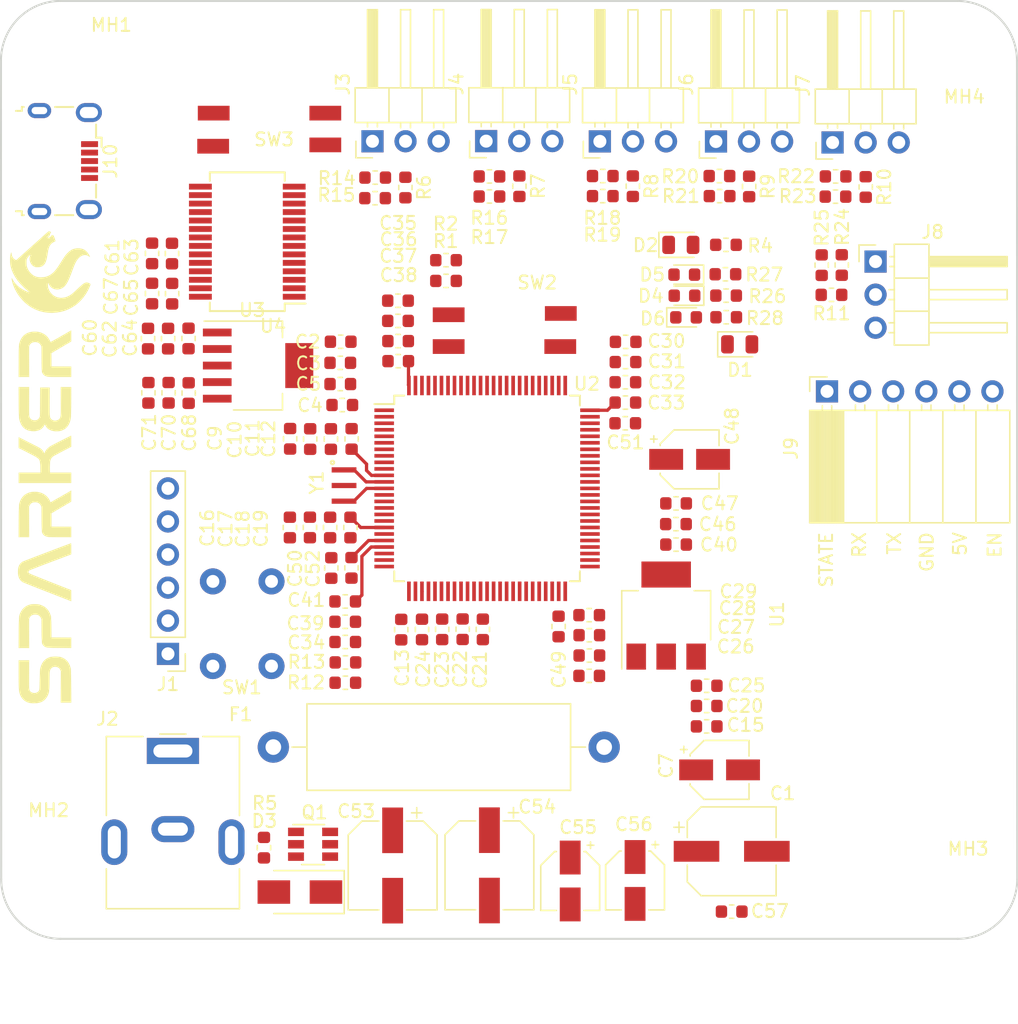
<source format=kicad_pcb>
(kicad_pcb (version 20171130) (host pcbnew "(5.0.0)")
  (layers (0 F.Cu signal) (31 B.Cu signal) (34 B.Paste user) (35 F.Paste user) (36 B.SilkS user) (37 F.SilkS user) (38 B.Mask user) (39 F.Mask user) (44 Edge.Cuts user))
  (net 0 "")
  (net 1 /GND)
  (net 2 /Communications/RX)
  (net 3 "Net-(J9-Pad4)")
  (net 4 /Communications/TX)
  (net 5 "Net-(J9-Pad5)")
  (net 6 /STM32F407VGTx/3V3)
  (net 7 /STM32F407VGTx/BOOT0)
  (net 8 /STM32F407VGTx/BOOT1)
  (net 9 /STM32F407VGTx/NRST)
  (net 10 "Net-(J9-Pad1)")
  (net 11 /Communications/+5V)
  (net 12 "Net-(J9-Pad6)")
  (net 13 "Net-(U2-Pad13)")
  (net 14 "Net-(U2-Pad12)")
  (net 15 "Net-(F1-Pad1)")
  (net 16 "Net-(F1-Pad2)")
  (net 17 /Control/FB1)
  (net 18 "Net-(D3-Pad2)")
  (net 19 /Control/VSER1)
  (net 20 /Control/FB_REF)
  (net 21 /V+)
  (net 22 /Control/VSER6)
  (net 23 /Control/VSER4)
  (net 24 /Control/VSER3)
  (net 25 /Control/VSER2)
  (net 26 "Net-(R4-Pad1)")
  (net 27 "Net-(D2-Pad2)")
  (net 28 /Control/VSER5)
  (net 29 "Net-(D6-Pad2)")
  (net 30 /Control/FB2)
  (net 31 /Control/FB3)
  (net 32 /Control/FB4)
  (net 33 /Control/FB5)
  (net 34 /Control/FB6)
  (net 35 "Net-(R26-Pad2)")
  (net 36 "Net-(D4-Pad1)")
  (net 37 "Net-(D5-Pad1)")
  (net 38 "Net-(R27-Pad2)")
  (net 39 "Net-(U4-Pad2)")
  (net 40 "Net-(U4-Pad3)")
  (net 41 "Net-(U4-Pad6)")
  (net 42 "Net-(U4-Pad9)")
  (net 43 "Net-(U4-Pad10)")
  (net 44 "Net-(U4-Pad11)")
  (net 45 "Net-(U4-Pad12)")
  (net 46 "Net-(U4-Pad13)")
  (net 47 "Net-(U4-Pad14)")
  (net 48 /Communications/D+)
  (net 49 /Communications/D-)
  (net 50 "Net-(U4-Pad19)")
  (net 51 "Net-(U4-Pad27)")
  (net 52 "Net-(U4-Pad28)")
  (net 53 "Net-(U2-Pad1)")
  (net 54 "Net-(U2-Pad2)")
  (net 55 "Net-(U2-Pad3)")
  (net 56 "Net-(U2-Pad4)")
  (net 57 "Net-(U2-Pad5)")
  (net 58 "Net-(U2-Pad7)")
  (net 59 "Net-(U2-Pad8)")
  (net 60 "Net-(U2-Pad9)")
  (net 61 "Net-(U2-Pad26)")
  (net 62 "Net-(U2-Pad29)")
  (net 63 "Net-(U2-Pad30)")
  (net 64 /STM32F407VGTx/PWM1)
  (net 65 /STM32F407VGTx/PWM2)
  (net 66 /STM32F407VGTx/PWM3)
  (net 67 /STM32F407VGTx/PWM4)
  (net 68 "Net-(U2-Pad38)")
  (net 69 "Net-(U2-Pad39)")
  (net 70 "Net-(D1-Pad2)")
  (net 71 "Net-(U2-Pad41)")
  (net 72 "Net-(U2-Pad42)")
  (net 73 "Net-(U2-Pad43)")
  (net 74 "Net-(U2-Pad44)")
  (net 75 "Net-(U2-Pad46)")
  (net 76 "Net-(U2-Pad47)")
  (net 77 "Net-(U2-Pad48)")
  (net 78 "Net-(C49-Pad1)")
  (net 79 "Net-(U2-Pad51)")
  (net 80 "Net-(U2-Pad52)")
  (net 81 "Net-(U2-Pad53)")
  (net 82 "Net-(U2-Pad54)")
  (net 83 "Net-(U2-Pad55)")
  (net 84 "Net-(U2-Pad56)")
  (net 85 "Net-(U2-Pad57)")
  (net 86 "Net-(U2-Pad58)")
  (net 87 /STM32F407VGTx/PWM5)
  (net 88 /STM32F407VGTx/PWM6)
  (net 89 "Net-(U2-Pad61)")
  (net 90 "Net-(U2-Pad62)")
  (net 91 "Net-(U2-Pad63)")
  (net 92 "Net-(U2-Pad64)")
  (net 93 "Net-(U2-Pad65)")
  (net 94 "Net-(U2-Pad66)")
  (net 95 "Net-(U2-Pad67)")
  (net 96 "Net-(U2-Pad68)")
  (net 97 "Net-(U2-Pad69)")
  (net 98 "Net-(U2-Pad70)")
  (net 99 "Net-(U2-Pad71)")
  (net 100 /STM32F407VGTx/SWDIO)
  (net 101 "Net-(C51-Pad1)")
  (net 102 /STM32F407VGTx/SWCLK)
  (net 103 "Net-(U2-Pad77)")
  (net 104 "Net-(U2-Pad78)")
  (net 105 "Net-(U2-Pad79)")
  (net 106 "Net-(U2-Pad80)")
  (net 107 "Net-(U2-Pad81)")
  (net 108 "Net-(U2-Pad82)")
  (net 109 "Net-(U2-Pad83)")
  (net 110 "Net-(U2-Pad84)")
  (net 111 "Net-(U2-Pad85)")
  (net 112 "Net-(U2-Pad86)")
  (net 113 "Net-(U2-Pad87)")
  (net 114 "Net-(U2-Pad88)")
  (net 115 /STM32F407VGTx/SWO)
  (net 116 "Net-(U2-Pad90)")
  (net 117 "Net-(U2-Pad91)")
  (net 118 "Net-(U2-Pad92)")
  (net 119 "Net-(U2-Pad93)")
  (net 120 "Net-(U2-Pad95)")
  (net 121 "Net-(U2-Pad96)")
  (net 122 "Net-(U2-Pad97)")
  (net 123 "Net-(U2-Pad98)")
  (net 124 "Net-(J10-Pad1)")
  (net 125 "Net-(J10-Pad4)")
  (net 126 "Net-(C61-Pad1)")
  (module Switches:1825910-6 (layer F.Cu) (at 131.33 105.93 90)
    (fp_text reference SW1 (at -1.64 2.22 180) (layer F.SilkS))
    (fp_text value SW_Push)
    (pad 3 thru_hole circle (at 0 0 90) (size 2 2) (drill 0.99) (layers *.Cu *.Mask) (net 9 /STM32F407VGTx/NRST))
    (pad 4 thru_hole circle (at 0 4.5 90) (size 2 2) (drill 0.99) (layers *.Cu *.Mask) (net 9 /STM32F407VGTx/NRST))
    (pad 2 thru_hole circle (at 6.5 4.5 90) (size 2 2) (drill 0.99) (layers *.Cu *.Mask) (net 1 /GND))
    (pad 1 thru_hole circle (at 6.5 0 90) (size 2 2) (drill 0.99) (layers *.Cu *.Mask) (net 1 /GND))
  )
  (module Capacitor_SMD:CP_Elec_4x5.4 (layer F.Cu) (at 167.929757 90.062557)
    (fp_text reference C48 (at 3.25 -2.55 90) (layer F.SilkS))
    (fp_text value 10u)
    (pad 1 smd rect (at -1.8 0) (size 2.6 1.6) (layers F.Cu F.Paste F.Mask) (net 6 /STM32F407VGTx/3V3))
    (pad 2 smd rect (at 1.8 0) (size 2.6 1.6) (layers F.Cu F.Paste F.Mask) (net 1 /GND))
  )
  (module Capacitor_SMD:C_0603_1608Metric (layer F.Cu) (at 169.239757 108.992557)
    (fp_text reference C20 (at 2.91 0) (layer F.SilkS))
    (fp_text value 10n)
    (pad 1 smd roundrect (at -0.7875 0) (size 0.875 0.95) (layers F.Cu F.Paste F.Mask) (net 21 /V+))
    (pad 2 smd roundrect (at 0.7875 0) (size 0.875 0.95) (layers F.Cu F.Paste F.Mask) (net 1 /GND))
  )
  (module Capacitor_SMD:CP_Elec_4x5.4 (layer F.Cu) (at 163.74 122.39 270)
    (fp_text reference C56 (at -4.31 0.09) (layer F.SilkS))
    (fp_text value 10u)
    (pad 1 smd rect (at -1.8 0 270) (size 2.6 1.6) (layers F.Cu F.Paste F.Mask) (net 21 /V+))
    (pad 2 smd rect (at 1.8 0 270) (size 2.6 1.6) (layers F.Cu F.Paste F.Mask) (net 1 /GND))
  )
  (module Capacitor_SMD:CP_Elec_4x5.4 (layer F.Cu) (at 170.23 113.9)
    (fp_text reference C7 (at -4.11 -0.31 90) (layer F.SilkS))
    (fp_text value 10u)
    (pad 2 smd rect (at 1.8 0) (size 2.6 1.6) (layers F.Cu F.Paste F.Mask) (net 1 /GND))
    (pad 1 smd rect (at -1.8 0) (size 2.6 1.6) (layers F.Cu F.Paste F.Mask) (net 21 /V+))
  )
  (module Capacitor_SMD:CP_Elec_4x5.4 (layer F.Cu) (at 158.76 122.43 270)
    (fp_text reference C55 (at -4.13 -0.61) (layer F.SilkS))
    (fp_text value 10u)
    (pad 2 smd rect (at 1.8 0 270) (size 2.6 1.6) (layers F.Cu F.Paste F.Mask) (net 1 /GND))
    (pad 1 smd rect (at -1.8 0 270) (size 2.6 1.6) (layers F.Cu F.Paste F.Mask) (net 21 /V+))
  )
  (module Capacitor_SMD:CP_Elec_6.3x7.7 (layer F.Cu) (at 152.56 121.23 270)
    (fp_text reference C54 (at -4.5 -3.67 180) (layer F.SilkS))
    (fp_text value 100u)
    (pad 2 smd rect (at 2.7 0 270) (size 3.5 1.6) (layers F.Cu F.Paste F.Mask) (net 1 /GND))
    (pad 1 smd rect (at -2.7 0 270) (size 3.5 1.6) (layers F.Cu F.Paste F.Mask) (net 21 /V+))
  )
  (module Capacitor_SMD:CP_Elec_6.3x7.7 (layer F.Cu) (at 145.13 121.24 270)
    (fp_text reference C53 (at -4.17 2.8 180) (layer F.SilkS))
    (fp_text value 100u)
    (pad 1 smd rect (at -2.7 0 270) (size 3.5 1.6) (layers F.Cu F.Paste F.Mask) (net 21 /V+))
    (pad 2 smd rect (at 2.7 0 270) (size 3.5 1.6) (layers F.Cu F.Paste F.Mask) (net 1 /GND))
  )
  (module Capacitor_SMD:CP_Elec_6.3x7.7 (layer F.Cu) (at 171.16 120.15)
    (fp_text reference C1 (at 3.91 -4.45) (layer F.SilkS))
    (fp_text value 100u)
    (pad 1 smd rect (at -2.7 0) (size 3.5 1.6) (layers F.Cu F.Paste F.Mask) (net 21 /V+))
    (pad 2 smd rect (at 2.7 0) (size 3.5 1.6) (layers F.Cu F.Paste F.Mask) (net 1 /GND))
  )
  (module Capacitor_SMD:C_0603_1608Metric (layer F.Cu) (at 137.26 88.48 90)
    (fp_text reference C9 (at 0.04 -5.78 90) (layer F.SilkS))
    (fp_text value 100n)
    (pad 1 smd roundrect (at -0.7875 0 90) (size 0.875 0.95) (layers F.Cu F.Paste F.Mask) (net 6 /STM32F407VGTx/3V3))
    (pad 2 smd roundrect (at 0.7875 0 90) (size 0.875 0.95) (layers F.Cu F.Paste F.Mask) (net 1 /GND))
  )
  (module Capacitor_SMD:C_0603_1608Metric (layer F.Cu) (at 141.49 100.97 180)
    (fp_text reference C41 (at 2.99 0.11 180) (layer F.SilkS))
    (fp_text value 1u)
    (pad 2 smd roundrect (at 0.7875 0 180) (size 0.875 0.95) (layers F.Cu F.Paste F.Mask) (net 1 /GND))
    (pad 1 smd roundrect (at -0.7875 0 180) (size 0.875 0.95) (layers F.Cu F.Paste F.Mask) (net 6 /STM32F407VGTx/3V3))
  )
  (module Capacitor_SMD:C_0603_1608Metric (layer F.Cu) (at 166.879757 95.032557)
    (fp_text reference C46 (at 3.21 0.01) (layer F.SilkS))
    (fp_text value 10n)
    (pad 2 smd roundrect (at 0.7875 0) (size 0.875 0.95) (layers F.Cu F.Paste F.Mask) (net 1 /GND))
    (pad 1 smd roundrect (at -0.7875 0) (size 0.875 0.95) (layers F.Cu F.Paste F.Mask) (net 6 /STM32F407VGTx/3V3))
  )
  (module Capacitor_SMD:C_0603_1608Metric (layer F.Cu) (at 141.49 102.53 180)
    (fp_text reference C39 (at 3.05 -0.12 180) (layer F.SilkS))
    (fp_text value 100n)
    (pad 1 smd roundrect (at -0.7875 0 180) (size 0.875 0.95) (layers F.Cu F.Paste F.Mask) (net 6 /STM32F407VGTx/3V3))
    (pad 2 smd roundrect (at 0.7875 0 180) (size 0.875 0.95) (layers F.Cu F.Paste F.Mask) (net 1 /GND))
  )
  (module Capacitor_SMD:C_0603_1608Metric (layer F.Cu) (at 166.889757 93.442557)
    (fp_text reference C47 (at 3.35 0) (layer F.SilkS))
    (fp_text value 4.7u)
    (pad 2 smd roundrect (at 0.7875 0) (size 0.875 0.95) (layers F.Cu F.Paste F.Mask) (net 1 /GND))
    (pad 1 smd roundrect (at -0.7875 0) (size 0.875 0.95) (layers F.Cu F.Paste F.Mask) (net 6 /STM32F407VGTx/3V3))
  )
  (module Capacitor_SMD:C_0603_1608Metric (layer F.Cu) (at 141.98 88.49 90)
    (fp_text reference C12 (at 0 -6.39 90) (layer F.SilkS))
    (fp_text value 10n)
    (pad 1 smd roundrect (at -0.7875 0 90) (size 0.875 0.95) (layers F.Cu F.Paste F.Mask) (net 6 /STM32F407VGTx/3V3))
    (pad 2 smd roundrect (at 0.7875 0 90) (size 0.875 0.95) (layers F.Cu F.Paste F.Mask) (net 1 /GND))
  )
  (module Capacitor_SMD:C_0603_1608Metric (layer F.Cu) (at 157.87 102.89 270)
    (fp_text reference C49 (at 3.31 -0.02 270) (layer F.SilkS))
    (fp_text value 2.2u)
    (pad 2 smd roundrect (at 0.7875 0 270) (size 0.875 0.95) (layers F.Cu F.Paste F.Mask) (net 1 /GND))
    (pad 1 smd roundrect (at -0.7875 0 270) (size 0.875 0.95) (layers F.Cu F.Paste F.Mask) (net 78 "Net-(C49-Pad1)"))
  )
  (module Capacitor_SMD:C_0603_1608Metric (layer F.Cu) (at 140.42 98.4 270)
    (fp_text reference C50 (at 0.03 2.78 270) (layer F.SilkS))
    (fp_text value 1u)
    (pad 1 smd roundrect (at -0.7875 0 270) (size 0.875 0.95) (layers F.Cu F.Paste F.Mask) (net 6 /STM32F407VGTx/3V3))
    (pad 2 smd roundrect (at 0.7875 0 270) (size 0.875 0.95) (layers F.Cu F.Paste F.Mask) (net 1 /GND))
  )
  (module Capacitor_SMD:C_0603_1608Metric (layer F.Cu) (at 162.99 87.29)
    (fp_text reference C51 (at 0.01 1.47) (layer F.SilkS))
    (fp_text value 2.2u)
    (pad 2 smd roundrect (at 0.7875 0) (size 0.875 0.95) (layers F.Cu F.Paste F.Mask) (net 1 /GND))
    (pad 1 smd roundrect (at -0.7875 0) (size 0.875 0.95) (layers F.Cu F.Paste F.Mask) (net 101 "Net-(C51-Pad1)"))
  )
  (module Capacitor_SMD:C_0603_1608Metric (layer F.Cu) (at 141.96932 98.389214 270)
    (fp_text reference C52 (at 0.070786 2.96932 270) (layer F.SilkS))
    (fp_text value 10n)
    (pad 1 smd roundrect (at -0.7875 0 270) (size 0.875 0.95) (layers F.Cu F.Paste F.Mask) (net 6 /STM32F407VGTx/3V3))
    (pad 2 smd roundrect (at 0.7875 0 270) (size 0.875 0.95) (layers F.Cu F.Paste F.Mask) (net 1 /GND))
  )
  (module Capacitor_SMD:C_0603_1608Metric (layer F.Cu) (at 138.8 88.5 90)
    (fp_text reference C10 (at -0.05 -5.8 90) (layer F.SilkS))
    (fp_text value 100n)
    (pad 2 smd roundrect (at 0.7875 0 90) (size 0.875 0.95) (layers F.Cu F.Paste F.Mask) (net 1 /GND))
    (pad 1 smd roundrect (at -0.7875 0 90) (size 0.875 0.95) (layers F.Cu F.Paste F.Mask) (net 6 /STM32F407VGTx/3V3))
  )
  (module Capacitor_SMD:C_0603_1608Metric (layer F.Cu) (at 137.24 95.29 270)
    (fp_text reference C16 (at 0.04 6.34 270) (layer F.SilkS))
    (fp_text value 100n)
    (pad 1 smd roundrect (at -0.7875 0 270) (size 0.875 0.95) (layers F.Cu F.Paste F.Mask) (net 6 /STM32F407VGTx/3V3))
    (pad 2 smd roundrect (at 0.7875 0 270) (size 0.875 0.95) (layers F.Cu F.Paste F.Mask) (net 1 /GND))
  )
  (module Capacitor_SMD:C_0603_1608Metric (layer F.Cu) (at 169.239757 110.562557)
    (fp_text reference C15 (at 2.99 -0.11) (layer F.SilkS))
    (fp_text value 4.7u)
    (pad 2 smd roundrect (at 0.7875 0) (size 0.875 0.95) (layers F.Cu F.Paste F.Mask) (net 1 /GND))
    (pad 1 smd roundrect (at -0.7875 0) (size 0.875 0.95) (layers F.Cu F.Paste F.Mask) (net 21 /V+))
  )
  (module Capacitor_SMD:C_0603_1608Metric (layer F.Cu) (at 140.39 88.5 90)
    (fp_text reference C11 (at 0.06 -6.01 90) (layer F.SilkS))
    (fp_text value 10n)
    (pad 2 smd roundrect (at 0.7875 0 90) (size 0.875 0.95) (layers F.Cu F.Paste F.Mask) (net 1 /GND))
    (pad 1 smd roundrect (at -0.7875 0 90) (size 0.875 0.95) (layers F.Cu F.Paste F.Mask) (net 6 /STM32F407VGTx/3V3))
  )
  (module Capacitor_SMD:C_0603_1608Metric (layer F.Cu) (at 128.200433 77.339734 90)
    (fp_text reference C65 (at -0.29 -3.15 90) (layer F.SilkS))
    (fp_text value 10n)
    (pad 1 smd roundrect (at -0.7875 0 90) (size 0.875 0.95) (layers F.Cu F.Paste F.Mask) (net 11 /Communications/+5V))
    (pad 2 smd roundrect (at 0.7875 0 90) (size 0.875 0.95) (layers F.Cu F.Paste F.Mask) (net 1 /GND))
  )
  (module Capacitor_SMD:C_0603_1608Metric (layer F.Cu) (at 129.46 80.78 90)
    (fp_text reference C64 (at 0.05 -4.49 90) (layer F.SilkS))
    (fp_text value 10n)
    (pad 2 smd roundrect (at 0.7875 0 90) (size 0.875 0.95) (layers F.Cu F.Paste F.Mask) (net 1 /GND))
    (pad 1 smd roundrect (at -0.7875 0 90) (size 0.875 0.95) (layers F.Cu F.Paste F.Mask) (net 21 /V+))
  )
  (module Capacitor_SMD:C_0603_1608Metric (layer F.Cu) (at 128.190433 74.259734 90)
    (fp_text reference C63 (at -0.28 -3.11 90) (layer F.SilkS))
    (fp_text value 10n)
    (pad 1 smd roundrect (at -0.7875 0 90) (size 0.875 0.95) (layers F.Cu F.Paste F.Mask) (net 126 "Net-(C61-Pad1)"))
    (pad 2 smd roundrect (at 0.7875 0 90) (size 0.875 0.95) (layers F.Cu F.Paste F.Mask) (net 1 /GND))
  )
  (module Capacitor_SMD:C_0603_1608Metric (layer F.Cu) (at 127.89 80.79 90)
    (fp_text reference C62 (at -0.04 -4.48 90) (layer F.SilkS))
    (fp_text value 100n)
    (pad 2 smd roundrect (at 0.7875 0 90) (size 0.875 0.95) (layers F.Cu F.Paste F.Mask) (net 1 /GND))
    (pad 1 smd roundrect (at -0.7875 0 90) (size 0.875 0.95) (layers F.Cu F.Paste F.Mask) (net 21 /V+))
  )
  (module Capacitor_SMD:C_0603_1608Metric (layer F.Cu) (at 126.660433 74.249734 90)
    (fp_text reference C61 (at -0.37 -3.04 90) (layer F.SilkS))
    (fp_text value 100n)
    (pad 1 smd roundrect (at -0.7875 0 90) (size 0.875 0.95) (layers F.Cu F.Paste F.Mask) (net 126 "Net-(C61-Pad1)"))
    (pad 2 smd roundrect (at 0.7875 0 90) (size 0.875 0.95) (layers F.Cu F.Paste F.Mask) (net 1 /GND))
  )
  (module Capacitor_SMD:C_0603_1608Metric (layer F.Cu) (at 126.35 80.79 90)
    (fp_text reference C60 (at 0.07 -4.46 90) (layer F.SilkS))
    (fp_text value 4.7u)
    (pad 2 smd roundrect (at 0.7875 0 90) (size 0.875 0.95) (layers F.Cu F.Paste F.Mask) (net 1 /GND))
    (pad 1 smd roundrect (at -0.7875 0 90) (size 0.875 0.95) (layers F.Cu F.Paste F.Mask) (net 21 /V+))
  )
  (module Capacitor_SMD:C_0603_1608Metric (layer F.Cu) (at 141.262549 85.888457 180)
    (fp_text reference C4 (at 2.48 -0.02 180) (layer F.SilkS))
    (fp_text value 10n)
    (pad 1 smd roundrect (at -0.7875 0 180) (size 0.875 0.95) (layers F.Cu F.Paste F.Mask) (net 6 /STM32F407VGTx/3V3))
    (pad 2 smd roundrect (at 0.7875 0 180) (size 0.875 0.95) (layers F.Cu F.Paste F.Mask) (net 1 /GND))
  )
  (module Capacitor_SMD:C_0603_1608Metric (layer F.Cu) (at 141.11 84.28 180)
    (fp_text reference C5 (at 2.45 0.01 180) (layer F.SilkS))
    (fp_text value 10n)
    (pad 2 smd roundrect (at 0.7875 0 180) (size 0.875 0.95) (layers F.Cu F.Paste F.Mask) (net 1 /GND))
    (pad 1 smd roundrect (at -0.7875 0 180) (size 0.875 0.95) (layers F.Cu F.Paste F.Mask) (net 6 /STM32F407VGTx/3V3))
  )
  (module Capacitor_SMD:C_0603_1608Metric (layer F.Cu) (at 171.16 124.78)
    (fp_text reference C57 (at 2.93 -0.04) (layer F.SilkS))
    (fp_text value 4.7u)
    (pad 1 smd roundrect (at -0.7875 0) (size 0.875 0.95) (layers F.Cu F.Paste F.Mask) (net 21 /V+))
    (pad 2 smd roundrect (at 0.7875 0) (size 0.875 0.95) (layers F.Cu F.Paste F.Mask) (net 1 /GND))
  )
  (module Capacitor_SMD:C_0603_1608Metric (layer F.Cu) (at 163.01 82.59)
    (fp_text reference C31 (at 3.17 -0.05) (layer F.SilkS))
    (fp_text value 100n)
    (pad 1 smd roundrect (at -0.7875 0) (size 0.875 0.95) (layers F.Cu F.Paste F.Mask) (net 6 /STM32F407VGTx/3V3))
    (pad 2 smd roundrect (at 0.7875 0) (size 0.875 0.95) (layers F.Cu F.Paste F.Mask) (net 1 /GND))
  )
  (module Capacitor_SMD:C_0603_1608Metric (layer F.Cu) (at 138.78 95.2875 270)
    (fp_text reference C17 (at 0.1125 6.48 270) (layer F.SilkS))
    (fp_text value 100n)
    (pad 2 smd roundrect (at 0.7875 0 270) (size 0.875 0.95) (layers F.Cu F.Paste F.Mask) (net 1 /GND))
    (pad 1 smd roundrect (at -0.7875 0 270) (size 0.875 0.95) (layers F.Cu F.Paste F.Mask) (net 6 /STM32F407VGTx/3V3))
  )
  (module Capacitor_SMD:C_0603_1608Metric (layer F.Cu) (at 141.89 95.29 270)
    (fp_text reference C19 (at 0.08 6.88 270) (layer F.SilkS))
    (fp_text value 10n)
    (pad 1 smd roundrect (at -0.7875 0 270) (size 0.875 0.95) (layers F.Cu F.Paste F.Mask) (net 6 /STM32F407VGTx/3V3))
    (pad 2 smd roundrect (at 0.7875 0 270) (size 0.875 0.95) (layers F.Cu F.Paste F.Mask) (net 1 /GND))
  )
  (module Capacitor_SMD:C_0603_1608Metric (layer F.Cu) (at 145.79 103.13 270)
    (fp_text reference C13 (at 2.94 -0.07 270) (layer F.SilkS))
    (fp_text value 0.1u)
    (pad 2 smd roundrect (at 0.7875 0 270) (size 0.875 0.95) (layers F.Cu F.Paste F.Mask) (net 1 /GND))
    (pad 1 smd roundrect (at -0.7875 0 270) (size 0.875 0.95) (layers F.Cu F.Paste F.Mask) (net 9 /STM32F407VGTx/NRST))
  )
  (module Capacitor_SMD:C_0603_1608Metric (layer F.Cu) (at 152.054211 103.113259 270)
    (fp_text reference C21 (at 3.1075 0.22 270) (layer F.SilkS))
    (fp_text value 100n)
    (pad 1 smd roundrect (at -0.7875 0 270) (size 0.875 0.95) (layers F.Cu F.Paste F.Mask) (net 6 /STM32F407VGTx/3V3))
    (pad 2 smd roundrect (at 0.7875 0 270) (size 0.875 0.95) (layers F.Cu F.Paste F.Mask) (net 1 /GND))
  )
  (module Capacitor_SMD:C_0603_1608Metric (layer F.Cu) (at 150.504211 103.100759 270)
    (fp_text reference C22 (at 3.05 0.19 270) (layer F.SilkS))
    (fp_text value 100n)
    (pad 2 smd roundrect (at 0.7875 0 270) (size 0.875 0.95) (layers F.Cu F.Paste F.Mask) (net 1 /GND))
    (pad 1 smd roundrect (at -0.7875 0 270) (size 0.875 0.95) (layers F.Cu F.Paste F.Mask) (net 6 /STM32F407VGTx/3V3))
  )
  (module Capacitor_SMD:C_0603_1608Metric (layer F.Cu) (at 141.11 82.65 180)
    (fp_text reference C3 (at 2.45 -0.04 180) (layer F.SilkS))
    (fp_text value 100n)
    (pad 1 smd roundrect (at -0.7875 0 180) (size 0.875 0.95) (layers F.Cu F.Paste F.Mask) (net 6 /STM32F407VGTx/3V3))
    (pad 2 smd roundrect (at 0.7875 0 180) (size 0.875 0.95) (layers F.Cu F.Paste F.Mask) (net 1 /GND))
  )
  (module Capacitor_SMD:C_0603_1608Metric (layer F.Cu) (at 148.934211 103.110759 270)
    (fp_text reference C23 (at 3.09 0.01 270) (layer F.SilkS))
    (fp_text value 10n)
    (pad 2 smd roundrect (at 0.7875 0 270) (size 0.875 0.95) (layers F.Cu F.Paste F.Mask) (net 1 /GND))
    (pad 1 smd roundrect (at -0.7875 0 270) (size 0.875 0.95) (layers F.Cu F.Paste F.Mask) (net 6 /STM32F407VGTx/3V3))
  )
  (module Capacitor_SMD:C_0603_1608Metric (layer F.Cu) (at 147.384211 103.118259 270)
    (fp_text reference C24 (at 3.0425 -0.09 270) (layer F.SilkS))
    (fp_text value 10n)
    (pad 1 smd roundrect (at -0.7875 0 270) (size 0.875 0.95) (layers F.Cu F.Paste F.Mask) (net 6 /STM32F407VGTx/3V3))
    (pad 2 smd roundrect (at 0.7875 0 270) (size 0.875 0.95) (layers F.Cu F.Paste F.Mask) (net 1 /GND))
  )
  (module Capacitor_SMD:C_0603_1608Metric (layer F.Cu) (at 169.239757 107.442557)
    (fp_text reference C25 (at 3.05 -0.02) (layer F.SilkS))
    (fp_text value 1n)
    (pad 2 smd roundrect (at 0.7875 0) (size 0.875 0.95) (layers F.Cu F.Paste F.Mask) (net 1 /GND))
    (pad 1 smd roundrect (at -0.7875 0) (size 0.875 0.95) (layers F.Cu F.Paste F.Mask) (net 21 /V+))
  )
  (module Capacitor_SMD:C_0603_1608Metric (layer F.Cu) (at 166.889757 96.602557)
    (fp_text reference C40 (at 3.29 0.01) (layer F.SilkS))
    (fp_text value 1n)
    (pad 1 smd roundrect (at -0.7875 0) (size 0.875 0.95) (layers F.Cu F.Paste F.Mask) (net 6 /STM32F407VGTx/3V3))
    (pad 2 smd roundrect (at 0.7875 0) (size 0.875 0.95) (layers F.Cu F.Paste F.Mask) (net 1 /GND))
  )
  (module Capacitor_SMD:C_0603_1608Metric (layer F.Cu) (at 160.2325 105.12)
    (fp_text reference C27 (at 11.2575 -2.19) (layer F.SilkS))
    (fp_text value 100n)
    (pad 2 smd roundrect (at 0.7875 0) (size 0.875 0.95) (layers F.Cu F.Paste F.Mask) (net 1 /GND))
    (pad 1 smd roundrect (at -0.7875 0) (size 0.875 0.95) (layers F.Cu F.Paste F.Mask) (net 6 /STM32F407VGTx/3V3))
  )
  (module Capacitor_SMD:C_0603_1608Metric (layer F.Cu) (at 160.23 103.56)
    (fp_text reference C28 (at 11.39 -2.07) (layer F.SilkS))
    (fp_text value 10n)
    (pad 1 smd roundrect (at -0.7875 0) (size 0.875 0.95) (layers F.Cu F.Paste F.Mask) (net 6 /STM32F407VGTx/3V3))
    (pad 2 smd roundrect (at 0.7875 0) (size 0.875 0.95) (layers F.Cu F.Paste F.Mask) (net 1 /GND))
  )
  (module Capacitor_SMD:C_0603_1608Metric (layer F.Cu) (at 160.22 102.02)
    (fp_text reference C29 (at 11.46 -1.82) (layer F.SilkS))
    (fp_text value 10n)
    (pad 2 smd roundrect (at 0.7875 0) (size 0.875 0.95) (layers F.Cu F.Paste F.Mask) (net 1 /GND))
    (pad 1 smd roundrect (at -0.7875 0) (size 0.875 0.95) (layers F.Cu F.Paste F.Mask) (net 6 /STM32F407VGTx/3V3))
  )
  (module Capacitor_SMD:C_0603_1608Metric (layer F.Cu) (at 163.02 81.04)
    (fp_text reference C30 (at 3.14 -0.06) (layer F.SilkS))
    (fp_text value 100n)
    (pad 1 smd roundrect (at -0.7875 0) (size 0.875 0.95) (layers F.Cu F.Paste F.Mask) (net 6 /STM32F407VGTx/3V3))
    (pad 2 smd roundrect (at 0.7875 0) (size 0.875 0.95) (layers F.Cu F.Paste F.Mask) (net 1 /GND))
  )
  (module Capacitor_SMD:C_0603_1608Metric (layer F.Cu) (at 140.33 95.29 270)
    (fp_text reference C18 (at 0.11 6.71 270) (layer F.SilkS))
    (fp_text value 10n)
    (pad 2 smd roundrect (at 0.7875 0 270) (size 0.875 0.95) (layers F.Cu F.Paste F.Mask) (net 1 /GND))
    (pad 1 smd roundrect (at -0.7875 0 270) (size 0.875 0.95) (layers F.Cu F.Paste F.Mask) (net 6 /STM32F407VGTx/3V3))
  )
  (module Capacitor_SMD:C_0603_1608Metric (layer F.Cu) (at 141.14 81.03 180)
    (fp_text reference C2 (at 2.5325 0 180) (layer F.SilkS))
    (fp_text value 100n)
    (pad 1 smd roundrect (at -0.7875 0 180) (size 0.875 0.95) (layers F.Cu F.Paste F.Mask) (net 6 /STM32F407VGTx/3V3))
    (pad 2 smd roundrect (at 0.7875 0 180) (size 0.875 0.95) (layers F.Cu F.Paste F.Mask) (net 1 /GND))
  )
  (module Capacitor_SMD:C_0603_1608Metric (layer F.Cu) (at 126.38 84.9525 270)
    (fp_text reference C71 (at 3.0375 -0.06 270) (layer F.SilkS))
    (fp_text value 10n)
    (pad 2 smd roundrect (at 0.7875 0 270) (size 0.875 0.95) (layers F.Cu F.Paste F.Mask) (net 1 /GND))
    (pad 1 smd roundrect (at -0.7875 0 270) (size 0.875 0.95) (layers F.Cu F.Paste F.Mask) (net 11 /Communications/+5V))
  )
  (module Capacitor_SMD:C_0603_1608Metric (layer F.Cu) (at 127.93 84.95 270)
    (fp_text reference C70 (at 3.06 -0.02 270) (layer F.SilkS))
    (fp_text value 100n)
    (pad 1 smd roundrect (at -0.7875 0 270) (size 0.875 0.95) (layers F.Cu F.Paste F.Mask) (net 11 /Communications/+5V))
    (pad 2 smd roundrect (at 0.7875 0 270) (size 0.875 0.95) (layers F.Cu F.Paste F.Mask) (net 1 /GND))
  )
  (module Capacitor_SMD:C_0603_1608Metric (layer F.Cu) (at 129.47 84.97 270)
    (fp_text reference C68 (at 3.05 -0.04 270) (layer F.SilkS))
    (fp_text value 4.7u)
    (pad 2 smd roundrect (at 0.7875 0 270) (size 0.875 0.95) (layers F.Cu F.Paste F.Mask) (net 1 /GND))
    (pad 1 smd roundrect (at -0.7875 0 270) (size 0.875 0.95) (layers F.Cu F.Paste F.Mask) (net 11 /Communications/+5V))
  )
  (module Capacitor_SMD:C_0603_1608Metric (layer F.Cu) (at 126.660433 77.329734 90)
    (fp_text reference C67 (at -0.21 -3.16 90) (layer F.SilkS))
    (fp_text value 100n)
    (pad 1 smd roundrect (at -0.7875 0 90) (size 0.875 0.95) (layers F.Cu F.Paste F.Mask) (net 11 /Communications/+5V))
    (pad 2 smd roundrect (at 0.7875 0 90) (size 0.875 0.95) (layers F.Cu F.Paste F.Mask) (net 1 /GND))
  )
  (module Capacitor_SMD:C_0603_1608Metric (layer F.Cu) (at 160.22 106.68)
    (fp_text reference C26 (at 11.25 -2.25) (layer F.SilkS))
    (fp_text value 100n)
    (pad 2 smd roundrect (at 0.7875 0) (size 0.875 0.95) (layers F.Cu F.Paste F.Mask) (net 1 /GND))
    (pad 1 smd roundrect (at -0.7875 0) (size 0.875 0.95) (layers F.Cu F.Paste F.Mask) (net 6 /STM32F407VGTx/3V3))
  )
  (module Capacitor_SMD:C_0603_1608Metric (layer F.Cu) (at 145.56 82.52 180)
    (fp_text reference C38 (at -0.04 6.6 180) (layer F.SilkS))
    (fp_text value 10n)
    (pad 1 smd roundrect (at -0.7875 0 180) (size 0.875 0.95) (layers F.Cu F.Paste F.Mask) (net 6 /STM32F407VGTx/3V3))
    (pad 2 smd roundrect (at 0.7875 0 180) (size 0.875 0.95) (layers F.Cu F.Paste F.Mask) (net 1 /GND))
  )
  (module Capacitor_SMD:C_0603_1608Metric (layer F.Cu) (at 145.55 80.98 180)
    (fp_text reference C37 (at -0.01 6.54 180) (layer F.SilkS))
    (fp_text value 10n)
    (pad 2 smd roundrect (at 0.7875 0 180) (size 0.875 0.95) (layers F.Cu F.Paste F.Mask) (net 1 /GND))
    (pad 1 smd roundrect (at -0.7875 0 180) (size 0.875 0.95) (layers F.Cu F.Paste F.Mask) (net 6 /STM32F407VGTx/3V3))
  )
  (module Capacitor_SMD:C_0603_1608Metric (layer F.Cu) (at 145.54 79.43 180)
    (fp_text reference C36 (at -0.05 6.26 180) (layer F.SilkS))
    (fp_text value 100n)
    (pad 1 smd roundrect (at -0.7875 0 180) (size 0.875 0.95) (layers F.Cu F.Paste F.Mask) (net 6 /STM32F407VGTx/3V3))
    (pad 2 smd roundrect (at 0.7875 0 180) (size 0.875 0.95) (layers F.Cu F.Paste F.Mask) (net 1 /GND))
  )
  (module Capacitor_SMD:C_0603_1608Metric (layer F.Cu) (at 145.54 77.88 180)
    (fp_text reference C35 (at -0.01 5.96 180) (layer F.SilkS))
    (fp_text value 100n)
    (pad 2 smd roundrect (at 0.7875 0 180) (size 0.875 0.95) (layers F.Cu F.Paste F.Mask) (net 1 /GND))
    (pad 1 smd roundrect (at -0.7875 0 180) (size 0.875 0.95) (layers F.Cu F.Paste F.Mask) (net 6 /STM32F407VGTx/3V3))
  )
  (module Capacitor_SMD:C_0603_1608Metric (layer F.Cu) (at 141.4925 104.08 180)
    (fp_text reference C34 (at 2.9925 -0.04 180) (layer F.SilkS))
    (fp_text value 10n)
    (pad 1 smd roundrect (at -0.7875 0 180) (size 0.875 0.95) (layers F.Cu F.Paste F.Mask) (net 6 /STM32F407VGTx/3V3))
    (pad 2 smd roundrect (at 0.7875 0 180) (size 0.875 0.95) (layers F.Cu F.Paste F.Mask) (net 1 /GND))
  )
  (module Capacitor_SMD:C_0603_1608Metric (layer F.Cu) (at 163 85.7)
    (fp_text reference C33 (at 3.14 0.01) (layer F.SilkS))
    (fp_text value 10n)
    (pad 2 smd roundrect (at 0.7875 0) (size 0.875 0.95) (layers F.Cu F.Paste F.Mask) (net 1 /GND))
    (pad 1 smd roundrect (at -0.7875 0) (size 0.875 0.95) (layers F.Cu F.Paste F.Mask) (net 6 /STM32F407VGTx/3V3))
  )
  (module Capacitor_SMD:C_0603_1608Metric (layer F.Cu) (at 163 84.14)
    (fp_text reference C32 (at 3.19 0.01) (layer F.SilkS))
    (fp_text value 10n)
    (pad 1 smd roundrect (at -0.7875 0) (size 0.875 0.95) (layers F.Cu F.Paste F.Mask) (net 6 /STM32F407VGTx/3V3))
    (pad 2 smd roundrect (at 0.7875 0) (size 0.875 0.95) (layers F.Cu F.Paste F.Mask) (net 1 /GND))
  )
  (module Connector_BarrelJack:BarrelJack_CUI_PJ-063AH_Horizontal (layer F.Cu) (at 128.26 112.45)
    (fp_text reference J2 (at -5.02 -2.47) (layer F.SilkS))
    (fp_text value Barrel_Jack)
    (pad 1 thru_hole rect (at 0 0) (size 4 2) (drill oval 3 1) (layers *.Cu *.Mask) (net 16 "Net-(F1-Pad2)"))
    (pad 2 thru_hole oval (at 0 6) (size 3.3 2) (drill oval 2.3 1) (layers *.Cu *.Mask) (net 1 /GND))
    (pad MP thru_hole oval (at -4.5 7) (size 2 3.5) (drill oval 1 2.5) (layers *.Cu *.Mask))
    (pad MP thru_hole oval (at 4.5 7) (size 2 3.5) (drill oval 1 2.5) (layers *.Cu *.Mask))
    (pad "" np_thru_hole circle (at 0 9) (size 1.6 1.6) (drill 1.6) (layers *.Cu *.Mask))
  )
  (module Connector_PinHeader_2.54mm:PinHeader_1x03_P2.54mm_Horizontal (layer F.Cu) (at 182.205001 74.875001)
    (fp_text reference J8 (at 4.385 -2.27) (layer F.SilkS))
    (fp_text value Wrist)
    (pad 3 thru_hole oval (at 0 5.08) (size 1.7 1.7) (drill 1) (layers *.Cu *.Mask) (net 88 /STM32F407VGTx/PWM6))
    (pad 2 thru_hole oval (at 0 2.54) (size 1.7 1.7) (drill 1) (layers *.Cu *.Mask) (net 22 /Control/VSER6))
    (pad 1 thru_hole rect (at 0 0) (size 1.7 1.7) (drill 1) (layers *.Cu *.Mask) (net 1 /GND))
  )
  (module Connector_PinHeader_2.54mm:PinHeader_1x03_P2.54mm_Horizontal (layer F.Cu) (at 178.905001 65.734999 90)
    (fp_text reference J7 (at 4.385 -2.27 90) (layer F.SilkS))
    (fp_text value Pinky)
    (pad 1 thru_hole rect (at 0 0 90) (size 1.7 1.7) (drill 1) (layers *.Cu *.Mask) (net 1 /GND))
    (pad 2 thru_hole oval (at 0 2.54 90) (size 1.7 1.7) (drill 1) (layers *.Cu *.Mask) (net 28 /Control/VSER5))
    (pad 3 thru_hole oval (at 0 5.08 90) (size 1.7 1.7) (drill 1) (layers *.Cu *.Mask) (net 87 /STM32F407VGTx/PWM5))
  )
  (module Connector_PinHeader_2.54mm:PinHeader_1x03_P2.54mm_Horizontal (layer F.Cu) (at 169.95 65.66 90)
    (fp_text reference J6 (at 4.385 -2.27 90) (layer F.SilkS))
    (fp_text value Ring)
    (pad 3 thru_hole oval (at 0 5.08 90) (size 1.7 1.7) (drill 1) (layers *.Cu *.Mask) (net 67 /STM32F407VGTx/PWM4))
    (pad 2 thru_hole oval (at 0 2.54 90) (size 1.7 1.7) (drill 1) (layers *.Cu *.Mask) (net 23 /Control/VSER4))
    (pad 1 thru_hole rect (at 0 0 90) (size 1.7 1.7) (drill 1) (layers *.Cu *.Mask) (net 1 /GND))
  )
  (module Connector_PinHeader_2.54mm:PinHeader_1x03_P2.54mm_Horizontal (layer F.Cu) (at 161.04 65.65 90)
    (fp_text reference J5 (at 4.385 -2.27 90) (layer F.SilkS))
    (fp_text value Middle)
    (pad 1 thru_hole rect (at 0 0 90) (size 1.7 1.7) (drill 1) (layers *.Cu *.Mask) (net 1 /GND))
    (pad 2 thru_hole oval (at 0 2.54 90) (size 1.7 1.7) (drill 1) (layers *.Cu *.Mask) (net 24 /Control/VSER3))
    (pad 3 thru_hole oval (at 0 5.08 90) (size 1.7 1.7) (drill 1) (layers *.Cu *.Mask) (net 66 /STM32F407VGTx/PWM3))
  )
  (module Connector_PinHeader_2.54mm:PinHeader_1x03_P2.54mm_Horizontal (layer F.Cu) (at 152.31 65.63 90)
    (fp_text reference J4 (at 4.385 -2.27 90) (layer F.SilkS))
    (fp_text value Index)
    (pad 3 thru_hole oval (at 0 5.08 90) (size 1.7 1.7) (drill 1) (layers *.Cu *.Mask) (net 65 /STM32F407VGTx/PWM2))
    (pad 2 thru_hole oval (at 0 2.54 90) (size 1.7 1.7) (drill 1) (layers *.Cu *.Mask) (net 25 /Control/VSER2))
    (pad 1 thru_hole rect (at 0 0 90) (size 1.7 1.7) (drill 1) (layers *.Cu *.Mask) (net 1 /GND))
  )
  (module Connector_PinHeader_2.54mm:PinHeader_1x03_P2.54mm_Horizontal (layer F.Cu) (at 143.58 65.64 90)
    (fp_text reference J3 (at 4.385 -2.27 90) (layer F.SilkS))
    (fp_text value Thumb)
    (pad 1 thru_hole rect (at 0 0 90) (size 1.7 1.7) (drill 1) (layers *.Cu *.Mask) (net 1 /GND))
    (pad 2 thru_hole oval (at 0 2.54 90) (size 1.7 1.7) (drill 1) (layers *.Cu *.Mask) (net 19 /Control/VSER1))
    (pad 3 thru_hole oval (at 0 5.08 90) (size 1.7 1.7) (drill 1) (layers *.Cu *.Mask) (net 64 /STM32F407VGTx/PWM1))
  )
  (module Connector_PinHeader_2.54mm:PinHeader_1x06_P2.54mm_Vertical (layer F.Cu) (at 127.88 104.99 180)
    (fp_text reference J1 (at 0 -2.33 180) (layer F.SilkS))
    (fp_text value "SWD Header")
    (pad 1 thru_hole rect (at 0 0 180) (size 1.7 1.7) (drill 1) (layers *.Cu *.Mask) (net 6 /STM32F407VGTx/3V3))
    (pad 2 thru_hole oval (at 0 2.54 180) (size 1.7 1.7) (drill 1) (layers *.Cu *.Mask) (net 102 /STM32F407VGTx/SWCLK))
    (pad 3 thru_hole oval (at 0 5.08 180) (size 1.7 1.7) (drill 1) (layers *.Cu *.Mask) (net 1 /GND))
    (pad 4 thru_hole oval (at 0 7.62 180) (size 1.7 1.7) (drill 1) (layers *.Cu *.Mask) (net 100 /STM32F407VGTx/SWDIO))
    (pad 5 thru_hole oval (at 0 10.16 180) (size 1.7 1.7) (drill 1) (layers *.Cu *.Mask) (net 9 /STM32F407VGTx/NRST))
    (pad 6 thru_hole oval (at 0 12.7 180) (size 1.7 1.7) (drill 1) (layers *.Cu *.Mask) (net 115 /STM32F407VGTx/SWO))
  )
  (module Connector_USB:USB_Micro-B_Wuerth_629105150521 (layer F.Cu) (at 119.96 67.16 270)
    (fp_text reference J10 (at 0 -3.5 270) (layer F.SilkS))
    (fp_text value USB_B_Mini)
    (pad 1 smd rect (at -1.3 -1.9 270) (size 0.45 1.3) (layers F.Cu F.Paste F.Mask) (net 124 "Net-(J10-Pad1)"))
    (pad 2 smd rect (at -0.65 -1.9 270) (size 0.45 1.3) (layers F.Cu F.Paste F.Mask) (net 49 /Communications/D-))
    (pad 3 smd rect (at 0 -1.9 270) (size 0.45 1.3) (layers F.Cu F.Paste F.Mask) (net 48 /Communications/D+))
    (pad 4 smd rect (at 0.65 -1.9 270) (size 0.45 1.3) (layers F.Cu F.Paste F.Mask) (net 125 "Net-(J10-Pad4)"))
    (pad 5 smd rect (at 1.3 -1.9 270) (size 0.45 1.3) (layers F.Cu F.Paste F.Mask) (net 1 /GND))
    (pad 6 thru_hole oval (at -3.725 -1.85 270) (size 1.45 2) (drill oval 0.85 1.4) (layers *.Cu *.Mask) (net 1 /GND))
    (pad 6 thru_hole oval (at 3.725 -1.85 270) (size 1.45 2) (drill oval 0.85 1.4) (layers *.Cu *.Mask) (net 1 /GND))
    (pad 6 thru_hole oval (at -3.875 1.95 270) (size 1.15 1.8) (drill oval 0.55 1.2) (layers *.Cu *.Mask) (net 1 /GND))
    (pad 6 thru_hole oval (at 3.875 1.95 270) (size 1.15 1.8) (drill oval 0.55 1.2) (layers *.Cu *.Mask) (net 1 /GND))
    (pad "" np_thru_hole oval (at -2.5 -0.8 270) (size 0.8 0.8) (drill 0.8) (layers *.Cu *.Mask))
    (pad "" np_thru_hole oval (at 2.5 -0.8 270) (size 0.8 0.8) (drill 0.8) (layers *.Cu *.Mask))
  )
  (module Diode_SMD:D_SMA (layer F.Cu) (at 138.01 123.28 180)
    (fp_text reference D3 (at 2.73 5.45) (layer F.SilkS))
    (fp_text value 10V)
    (pad 1 smd rect (at -2 0 180) (size 2.5 1.8) (layers F.Cu F.Paste F.Mask) (net 21 /V+))
    (pad 2 smd rect (at 2 0 180) (size 2.5 1.8) (layers F.Cu F.Paste F.Mask) (net 18 "Net-(D3-Pad2)"))
  )
  (module LED_SMD:LED_0603_1608Metric (layer F.Cu) (at 167.6575 79.16)
    (fp_text reference D6 (at -2.5575 0.09) (layer F.SilkS))
    (fp_text value LED)
    (pad 1 smd roundrect (at -0.7875 0) (size 0.875 0.95) (layers F.Cu F.Paste F.Mask) (net 1 /GND))
    (pad 2 smd roundrect (at 0.7875 0) (size 0.875 0.95) (layers F.Cu F.Paste F.Mask) (net 29 "Net-(D6-Pad2)"))
  )
  (module LED_SMD:LED_0603_1608Metric (layer F.Cu) (at 167.52 75.88 180)
    (fp_text reference D5 (at 2.46 0 180) (layer F.SilkS))
    (fp_text value LED)
    (pad 2 smd roundrect (at 0.7875 0 180) (size 0.875 0.95) (layers F.Cu F.Paste F.Mask) (net 11 /Communications/+5V))
    (pad 1 smd roundrect (at -0.7875 0 180) (size 0.875 0.95) (layers F.Cu F.Paste F.Mask) (net 37 "Net-(D5-Pad1)"))
  )
  (module LED_SMD:LED_0603_1608Metric (layer F.Cu) (at 167.535001 77.495001 180)
    (fp_text reference D4 (at 2.585001 -0.014999 180) (layer F.SilkS))
    (fp_text value LED)
    (pad 1 smd roundrect (at -0.7875 0 180) (size 0.875 0.95) (layers F.Cu F.Paste F.Mask) (net 36 "Net-(D4-Pad1)"))
    (pad 2 smd roundrect (at 0.7875 0 180) (size 0.875 0.95) (layers F.Cu F.Paste F.Mask) (net 11 /Communications/+5V))
  )
  (module LED_SMD:LED_0805_2012Metric (layer F.Cu) (at 167.256327 73.59508)
    (fp_text reference D2 (at -2.706327 0.02492) (layer F.SilkS))
    (fp_text value "LO R976-PS-1")
    (pad 2 smd roundrect (at 0.9375 0) (size 0.975 1.4) (layers F.Cu F.Paste F.Mask) (net 27 "Net-(D2-Pad2)"))
    (pad 1 smd roundrect (at -0.9375 0) (size 0.975 1.4) (layers F.Cu F.Paste F.Mask) (net 1 /GND))
  )
  (module LED_SMD:LED_0805_2012Metric (layer F.Cu) (at 171.7725 81.23)
    (fp_text reference D1 (at 0.0275 1.96) (layer F.SilkS))
    (fp_text value LTST-C171TBKT)
    (pad 1 smd roundrect (at -0.9375 0) (size 0.975 1.4) (layers F.Cu F.Paste F.Mask) (net 1 /GND))
    (pad 2 smd roundrect (at 0.9375 0) (size 0.975 1.4) (layers F.Cu F.Paste F.Mask) (net 70 "Net-(D1-Pad2)"))
  )
  (module MountingHole:MountingHole_2.7mm_M2.5 (layer F.Cu) (at 119.41 59.3)
    (fp_text reference MH1 (at 4.12 -2.59) (layer F.SilkS))
    (fp_text value MountingHole)
    (pad 1 np_thru_hole circle (at 0 0) (size 2.7 2.7) (drill 2.7) (layers *.Cu *.Mask))
  )
  (module MountingHole:MountingHole_2.7mm_M2.5 (layer F.Cu) (at 118.72 120.7)
    (fp_text reference MH2 (at 0 -3.7) (layer F.SilkS))
    (fp_text value MountingHole)
    (pad 1 np_thru_hole circle (at 0 0) (size 2.7 2.7) (drill 2.7) (layers *.Cu *.Mask))
  )
  (module MountingHole:MountingHole_2.7mm_M2.5 (layer F.Cu) (at 189.31 123.66)
    (fp_text reference MH3 (at 0 -3.7) (layer F.SilkS))
    (fp_text value MountingHole)
    (pad 1 np_thru_hole circle (at 0 0) (size 2.7 2.7) (drill 2.7) (layers *.Cu *.Mask))
  )
  (module MountingHole:MountingHole_2.7mm_M2.5 (layer F.Cu) (at 189.11 58.36 270)
    (fp_text reference MH4 (at 3.86 0.1) (layer F.SilkS))
    (fp_text value MountingHole)
    (pad 1 np_thru_hole circle (at 0 0 270) (size 2.7 2.7) (drill 2.7) (layers *.Cu *.Mask))
  )
  (module Package_QFP:LQFP-100_14x14mm_P0.5mm (layer F.Cu) (at 152.38 92.29)
    (fp_text reference U2 (at 7.66 -8.03) (layer F.SilkS))
    (fp_text value STM32F407VGTx)
    (pad 1 smd rect (at -7.9 -6) (size 1.5 0.28) (layers F.Cu F.Paste F.Mask) (net 53 "Net-(U2-Pad1)"))
    (pad 2 smd rect (at -7.9 -5.5) (size 1.5 0.28) (layers F.Cu F.Paste F.Mask) (net 54 "Net-(U2-Pad2)"))
    (pad 3 smd rect (at -7.9 -5) (size 1.5 0.28) (layers F.Cu F.Paste F.Mask) (net 55 "Net-(U2-Pad3)"))
    (pad 4 smd rect (at -7.9 -4.5) (size 1.5 0.28) (layers F.Cu F.Paste F.Mask) (net 56 "Net-(U2-Pad4)"))
    (pad 5 smd rect (at -7.9 -4) (size 1.5 0.28) (layers F.Cu F.Paste F.Mask) (net 57 "Net-(U2-Pad5)"))
    (pad 6 smd rect (at -7.9 -3.5) (size 1.5 0.28) (layers F.Cu F.Paste F.Mask) (net 6 /STM32F407VGTx/3V3))
    (pad 7 smd rect (at -7.9 -3) (size 1.5 0.28) (layers F.Cu F.Paste F.Mask) (net 58 "Net-(U2-Pad7)"))
    (pad 8 smd rect (at -7.9 -2.5) (size 1.5 0.28) (layers F.Cu F.Paste F.Mask) (net 59 "Net-(U2-Pad8)"))
    (pad 9 smd rect (at -7.9 -2) (size 1.5 0.28) (layers F.Cu F.Paste F.Mask) (net 60 "Net-(U2-Pad9)"))
    (pad 10 smd rect (at -7.9 -1.5) (size 1.5 0.28) (layers F.Cu F.Paste F.Mask) (net 1 /GND))
    (pad 11 smd rect (at -7.9 -1) (size 1.5 0.28) (layers F.Cu F.Paste F.Mask) (net 6 /STM32F407VGTx/3V3))
    (pad 12 smd rect (at -7.9 -0.5) (size 1.5 0.28) (layers F.Cu F.Paste F.Mask) (net 14 "Net-(U2-Pad12)"))
    (pad 13 smd rect (at -7.9 0) (size 1.5 0.28) (layers F.Cu F.Paste F.Mask) (net 13 "Net-(U2-Pad13)"))
    (pad 14 smd rect (at -7.9 0.5) (size 1.5 0.28) (layers F.Cu F.Paste F.Mask) (net 9 /STM32F407VGTx/NRST))
    (pad 15 smd rect (at -7.9 1) (size 1.5 0.28) (layers F.Cu F.Paste F.Mask) (net 17 /Control/FB1))
    (pad 16 smd rect (at -7.9 1.5) (size 1.5 0.28) (layers F.Cu F.Paste F.Mask) (net 30 /Control/FB2))
    (pad 17 smd rect (at -7.9 2) (size 1.5 0.28) (layers F.Cu F.Paste F.Mask) (net 31 /Control/FB3))
    (pad 18 smd rect (at -7.9 2.5) (size 1.5 0.28) (layers F.Cu F.Paste F.Mask) (net 32 /Control/FB4))
    (pad 19 smd rect (at -7.9 3) (size 1.5 0.28) (layers F.Cu F.Paste F.Mask) (net 6 /STM32F407VGTx/3V3))
    (pad 20 smd rect (at -7.9 3.5) (size 1.5 0.28) (layers F.Cu F.Paste F.Mask) (net 1 /GND))
    (pad 21 smd rect (at -7.9 4) (size 1.5 0.28) (layers F.Cu F.Paste F.Mask) (net 6 /STM32F407VGTx/3V3))
    (pad 22 smd rect (at -7.9 4.5) (size 1.5 0.28) (layers F.Cu F.Paste F.Mask) (net 6 /STM32F407VGTx/3V3))
    (pad 23 smd rect (at -7.9 5) (size 1.5 0.28) (layers F.Cu F.Paste F.Mask) (net 4 /Communications/TX))
    (pad 24 smd rect (at -7.9 5.5) (size 1.5 0.28) (layers F.Cu F.Paste F.Mask) (net 2 /Communications/RX))
    (pad 25 smd rect (at -7.9 6) (size 1.5 0.28) (layers F.Cu F.Paste F.Mask) (net 20 /Control/FB_REF))
    (pad 26 smd rect (at -6 7.9 90) (size 1.5 0.28) (layers F.Cu F.Paste F.Mask) (net 61 "Net-(U2-Pad26)"))
    (pad 27 smd rect (at -5.5 7.9 90) (size 1.5 0.28) (layers F.Cu F.Paste F.Mask) (net 1 /GND))
    (pad 28 smd rect (at -5 7.9 90) (size 1.5 0.28) (layers F.Cu F.Paste F.Mask) (net 6 /STM32F407VGTx/3V3))
    (pad 29 smd rect (at -4.5 7.9 90) (size 1.5 0.28) (layers F.Cu F.Paste F.Mask) (net 62 "Net-(U2-Pad29)"))
    (pad 30 smd rect (at -4 7.9 90) (size 1.5 0.28) (layers F.Cu F.Paste F.Mask) (net 63 "Net-(U2-Pad30)"))
    (pad 31 smd rect (at -3.5 7.9 90) (size 1.5 0.28) (layers F.Cu F.Paste F.Mask) (net 64 /STM32F407VGTx/PWM1))
    (pad 32 smd rect (at -3 7.9 90) (size 1.5 0.28) (layers F.Cu F.Paste F.Mask) (net 65 /STM32F407VGTx/PWM2))
    (pad 33 smd rect (at -2.5 7.9 90) (size 1.5 0.28) (layers F.Cu F.Paste F.Mask) (net 33 /Control/FB5))
    (pad 34 smd rect (at -2 7.9 90) (size 1.5 0.28) (layers F.Cu F.Paste F.Mask) (net 34 /Control/FB6))
    (pad 35 smd rect (at -1.5 7.9 90) (size 1.5 0.28) (layers F.Cu F.Paste F.Mask) (net 66 /STM32F407VGTx/PWM3))
    (pad 36 smd rect (at -1 7.9 90) (size 1.5 0.28) (layers F.Cu F.Paste F.Mask) (net 67 /STM32F407VGTx/PWM4))
    (pad 37 smd rect (at -0.5 7.9 90) (size 1.5 0.28) (layers F.Cu F.Paste F.Mask) (net 8 /STM32F407VGTx/BOOT1))
    (pad 38 smd rect (at 0 7.9 90) (size 1.5 0.28) (layers F.Cu F.Paste F.Mask) (net 68 "Net-(U2-Pad38)"))
    (pad 39 smd rect (at 0.5 7.9 90) (size 1.5 0.28) (layers F.Cu F.Paste F.Mask) (net 69 "Net-(U2-Pad39)"))
    (pad 40 smd rect (at 1 7.9 90) (size 1.5 0.28) (layers F.Cu F.Paste F.Mask) (net 70 "Net-(D1-Pad2)"))
    (pad 41 smd rect (at 1.5 7.9 90) (size 1.5 0.28) (layers F.Cu F.Paste F.Mask) (net 71 "Net-(U2-Pad41)"))
    (pad 42 smd rect (at 2 7.9 90) (size 1.5 0.28) (layers F.Cu F.Paste F.Mask) (net 72 "Net-(U2-Pad42)"))
    (pad 43 smd rect (at 2.5 7.9 90) (size 1.5 0.28) (layers F.Cu F.Paste F.Mask) (net 73 "Net-(U2-Pad43)"))
    (pad 44 smd rect (at 3 7.9 90) (size 1.5 0.28) (layers F.Cu F.Paste F.Mask) (net 74 "Net-(U2-Pad44)"))
    (pad 45 smd rect (at 3.5 7.9 90) (size 1.5 0.28) (layers F.Cu F.Paste F.Mask) (net 26 "Net-(R4-Pad1)"))
    (pad 46 smd rect (at 4 7.9 90) (size 1.5 0.28) (layers F.Cu F.Paste F.Mask) (net 75 "Net-(U2-Pad46)"))
    (pad 47 smd rect (at 4.5 7.9 90) (size 1.5 0.28) (layers F.Cu F.Paste F.Mask) (net 76 "Net-(U2-Pad47)"))
    (pad 48 smd rect (at 5 7.9 90) (size 1.5 0.28) (layers F.Cu F.Paste F.Mask) (net 77 "Net-(U2-Pad48)"))
    (pad 49 smd rect (at 5.5 7.9 90) (size 1.5 0.28) (layers F.Cu F.Paste F.Mask) (net 78 "Net-(C49-Pad1)"))
    (pad 50 smd rect (at 6 7.9 90) (size 1.5 0.28) (layers F.Cu F.Paste F.Mask) (net 6 /STM32F407VGTx/3V3))
    (pad 51 smd rect (at 7.9 6) (size 1.5 0.28) (layers F.Cu F.Paste F.Mask) (net 79 "Net-(U2-Pad51)"))
    (pad 52 smd rect (at 7.9 5.5) (size 1.5 0.28) (layers F.Cu F.Paste F.Mask) (net 80 "Net-(U2-Pad52)"))
    (pad 53 smd rect (at 7.9 5) (size 1.5 0.28) (layers F.Cu F.Paste F.Mask) (net 81 "Net-(U2-Pad53)"))
    (pad 54 smd rect (at 7.9 4.5) (size 1.5 0.28) (layers F.Cu F.Paste F.Mask) (net 82 "Net-(U2-Pad54)"))
    (pad 55 smd rect (at 7.9 4) (size 1.5 0.28) (layers F.Cu F.Paste F.Mask) (net 83 "Net-(U2-Pad55)"))
    (pad 56 smd rect (at 7.9 3.5) (size 1.5 0.28) (layers F.Cu F.Paste F.Mask) (net 84 "Net-(U2-Pad56)"))
    (pad 57 smd rect (at 7.9 3) (size 1.5 0.28) (layers F.Cu F.Paste F.Mask) (net 85 "Net-(U2-Pad57)"))
    (pad 58 smd rect (at 7.9 2.5) (size 1.5 0.28) (layers F.Cu F.Paste F.Mask) (net 86 "Net-(U2-Pad58)"))
    (pad 59 smd rect (at 7.9 2) (size 1.5 0.28) (layers F.Cu F.Paste F.Mask) (net 87 /STM32F407VGTx/PWM5))
    (pad 60 smd rect (at 7.9 1.5) (size 1.5 0.28) (layers F.Cu F.Paste F.Mask) (net 88 /STM32F407VGTx/PWM6))
    (pad 61 smd rect (at 7.9 1) (size 1.5 0.28) (layers F.Cu F.Paste F.Mask) (net 89 "Net-(U2-Pad61)"))
    (pad 62 smd rect (at 7.9 0.5) (size 1.5 0.28) (layers F.Cu F.Paste F.Mask) (net 90 "Net-(U2-Pad62)"))
    (pad 63 smd rect (at 7.9 0) (size 1.5 0.28) (layers F.Cu F.Paste F.Mask) (net 91 "Net-(U2-Pad63)"))
    (pad 64 smd rect (at 7.9 -0.5) (size 1.5 0.28) (layers F.Cu F.Paste F.Mask) (net 92 "Net-(U2-Pad64)"))
    (pad 65 smd rect (at 7.9 -1) (size 1.5 0.28) (layers F.Cu F.Paste F.Mask) (net 93 "Net-(U2-Pad65)"))
    (pad 66 smd rect (at 7.9 -1.5) (size 1.5 0.28) (layers F.Cu F.Paste F.Mask) (net 94 "Net-(U2-Pad66)"))
    (pad 67 smd rect (at 7.9 -2) (size 1.5 0.28) (layers F.Cu F.Paste F.Mask) (net 95 "Net-(U2-Pad67)"))
    (pad 68 smd rect (at 7.9 -2.5) (size 1.5 0.28) (layers F.Cu F.Paste F.Mask) (net 96 "Net-(U2-Pad68)"))
    (pad 69 smd rect (at 7.9 -3) (size 1.5 0.28) (layers F.Cu F.Paste F.Mask) (net 97 "Net-(U2-Pad69)"))
    (pad 70 smd rect (at 7.9 -3.5) (size 1.5 0.28) (layers F.Cu F.Paste F.Mask) (net 98 "Net-(U2-Pad70)"))
    (pad 71 smd rect (at 7.9 -4) (size 1.5 0.28) (layers F.Cu F.Paste F.Mask) (net 99 "Net-(U2-Pad71)"))
    (pad 72 smd rect (at 7.9 -4.5) (size 1.5 0.28) (layers F.Cu F.Paste F.Mask) (net 100 /STM32F407VGTx/SWDIO))
    (pad 73 smd rect (at 7.9 -5) (size 1.5 0.28) (layers F.Cu F.Paste F.Mask) (net 101 "Net-(C51-Pad1)"))
    (pad 74 smd rect (at 7.9 -5.5) (size 1.5 0.28) (layers F.Cu F.Paste F.Mask) (net 1 /GND))
    (pad 75 smd rect (at 7.9 -6) (size 1.5 0.28) (layers F.Cu F.Paste F.Mask) (net 6 /STM32F407VGTx/3V3))
    (pad 76 smd rect (at 6 -7.9 90) (size 1.5 0.28) (layers F.Cu F.Paste F.Mask) (net 102 /STM32F407VGTx/SWCLK))
    (pad 77 smd rect (at 5.5 -7.9 90) (size 1.5 0.28) (layers F.Cu F.Paste F.Mask) (net 103 "Net-(U2-Pad77)"))
    (pad 78 smd rect (at 5 -7.9 90) (size 1.5 0.28) (layers F.Cu F.Paste F.Mask) (net 104 "Net-(U2-Pad78)"))
    (pad 79 smd rect (at 4.5 -7.9 90) (size 1.5 0.28) (layers F.Cu F.Paste F.Mask) (net 105 "Net-(U2-Pad79)"))
    (pad 80 smd rect (at 4 -7.9 90) (size 1.5 0.28) (layers F.Cu F.Paste F.Mask) (net 106 "Net-(U2-Pad80)"))
    (pad 81 smd rect (at 3.5 -7.9 90) (size 1.5 0.28) (layers F.Cu F.Paste F.Mask) (net 107 "Net-(U2-Pad81)"))
    (pad 82 smd rect (at 3 -7.9 90) (size 1.5 0.28) (layers F.Cu F.Paste F.Mask) (net 108 "Net-(U2-Pad82)"))
    (pad 83 smd rect (at 2.5 -7.9 90) (size 1.5 0.28) (layers F.Cu F.Paste F.Mask) (net 109 "Net-(U2-Pad83)"))
    (pad 84 smd rect (at 2 -7.9 90) (size 1.5 0.28) (layers F.Cu F.Paste F.Mask) (net 110 "Net-(U2-Pad84)"))
    (pad 85 smd rect (at 1.5 -7.9 90) (size 1.5 0.28) (layers F.Cu F.Paste F.Mask) (net 111 "Net-(U2-Pad85)"))
    (pad 86 smd rect (at 1 -7.9 90) (size 1.5 0.28) (layers F.Cu F.Paste F.Mask) (net 112 "Net-(U2-Pad86)"))
    (pad 87 smd rect (at 0.5 -7.9 90) (size 1.5 0.28) (layers F.Cu F.Paste F.Mask) (net 113 "Net-(U2-Pad87)"))
    (pad 88 smd rect (at 0 -7.9 90) (size 1.5 0.28) (layers F.Cu F.Paste F.Mask) (net 114 "Net-(U2-Pad88)"))
    (pad 89 smd rect (at -0.5 -7.9 90) (size 1.5 0.28) (layers F.Cu F.Paste F.Mask) (net 115 /STM32F407VGTx/SWO))
    (pad 90 smd rect (at -1 -7.9 90) (size 1.5 0.28) (layers F.Cu F.Paste F.Mask) (net 116 "Net-(U2-Pad90)"))
    (pad 91 smd rect (at -1.5 -7.9 90) (size 1.5 0.28) (layers F.Cu F.Paste F.Mask) (net 117 "Net-(U2-Pad91)"))
    (pad 92 smd rect (at -2 -7.9 90) (size 1.5 0.28) (layers F.Cu F.Paste F.Mask) (net 118 "Net-(U2-Pad92)"))
    (pad 93 smd rect (at -2.5 -7.9 90) (size 1.5 0.28) (layers F.Cu F.Paste F.Mask) (net 119 "Net-(U2-Pad93)"))
    (pad 94 smd rect (at -3 -7.9 90) (size 1.5 0.28) (layers F.Cu F.Paste F.Mask) (net 7 /STM32F407VGTx/BOOT0))
    (pad 95 smd rect (at -3.5 -7.9 90) (size 1.5 0.28) (layers F.Cu F.Paste F.Mask) (net 120 "Net-(U2-Pad95)"))
    (pad 96 smd rect (at -4 -7.9 90) (size 1.5 0.28) (layers F.Cu F.Paste F.Mask) (net 121 "Net-(U2-Pad96)"))
    (pad 97 smd rect (at -4.5 -7.9 90) (size 1.5 0.28) (layers F.Cu F.Paste F.Mask) (net 122 "Net-(U2-Pad97)"))
    (pad 98 smd rect (at -5 -7.9 90) (size 1.5 0.28) (layers F.Cu F.Paste F.Mask) (net 123 "Net-(U2-Pad98)"))
    (pad 99 smd rect (at -5.5 -7.9 90) (size 1.5 0.28) (layers F.Cu F.Paste F.Mask) (net 1 /GND))
    (pad 100 smd rect (at -6 -7.9 90) (size 1.5 0.28) (layers F.Cu F.Paste F.Mask) (net 6 /STM32F407VGTx/3V3))
  )
  (module Package_SO:SSOP-28_5.3x10.2mm_P0.65mm (layer F.Cu) (at 133.970433 73.349734 180)
    (fp_text reference U4 (at -1.98 -6.47 180) (layer F.SilkS))
    (fp_text value FT232RL)
    (pad 1 smd rect (at -3.6 -4.225 180) (size 1.75 0.45) (layers F.Cu F.Paste F.Mask) (net 4 /Communications/TX))
    (pad 2 smd rect (at -3.6 -3.575 180) (size 1.75 0.45) (layers F.Cu F.Paste F.Mask) (net 39 "Net-(U4-Pad2)"))
    (pad 3 smd rect (at -3.6 -2.925 180) (size 1.75 0.45) (layers F.Cu F.Paste F.Mask) (net 40 "Net-(U4-Pad3)"))
    (pad 4 smd rect (at -3.6 -2.275 180) (size 1.75 0.45) (layers F.Cu F.Paste F.Mask) (net 126 "Net-(C61-Pad1)"))
    (pad 5 smd rect (at -3.6 -1.625 180) (size 1.75 0.45) (layers F.Cu F.Paste F.Mask) (net 2 /Communications/RX))
    (pad 6 smd rect (at -3.6 -0.975 180) (size 1.75 0.45) (layers F.Cu F.Paste F.Mask) (net 41 "Net-(U4-Pad6)"))
    (pad 7 smd rect (at -3.6 -0.325 180) (size 1.75 0.45) (layers F.Cu F.Paste F.Mask) (net 1 /GND))
    (pad 8 smd rect (at -3.6 0.325 180) (size 1.75 0.45) (layers F.Cu F.Paste F.Mask))
    (pad 9 smd rect (at -3.6 0.975 180) (size 1.75 0.45) (layers F.Cu F.Paste F.Mask) (net 42 "Net-(U4-Pad9)"))
    (pad 10 smd rect (at -3.6 1.625 180) (size 1.75 0.45) (layers F.Cu F.Paste F.Mask) (net 43 "Net-(U4-Pad10)"))
    (pad 11 smd rect (at -3.6 2.275 180) (size 1.75 0.45) (layers F.Cu F.Paste F.Mask) (net 44 "Net-(U4-Pad11)"))
    (pad 12 smd rect (at -3.6 2.925 180) (size 1.75 0.45) (layers F.Cu F.Paste F.Mask) (net 45 "Net-(U4-Pad12)"))
    (pad 13 smd rect (at -3.6 3.575 180) (size 1.75 0.45) (layers F.Cu F.Paste F.Mask) (net 46 "Net-(U4-Pad13)"))
    (pad 14 smd rect (at -3.6 4.225 180) (size 1.75 0.45) (layers F.Cu F.Paste F.Mask) (net 47 "Net-(U4-Pad14)"))
    (pad 15 smd rect (at 3.6 4.225 180) (size 1.75 0.45) (layers F.Cu F.Paste F.Mask) (net 48 /Communications/D+))
    (pad 16 smd rect (at 3.6 3.575 180) (size 1.75 0.45) (layers F.Cu F.Paste F.Mask) (net 49 /Communications/D-))
    (pad 17 smd rect (at 3.6 2.925 180) (size 1.75 0.45) (layers F.Cu F.Paste F.Mask) (net 126 "Net-(C61-Pad1)"))
    (pad 18 smd rect (at 3.6 2.275 180) (size 1.75 0.45) (layers F.Cu F.Paste F.Mask) (net 1 /GND))
    (pad 19 smd rect (at 3.6 1.625 180) (size 1.75 0.45) (layers F.Cu F.Paste F.Mask) (net 50 "Net-(U4-Pad19)"))
    (pad 20 smd rect (at 3.6 0.975 180) (size 1.75 0.45) (layers F.Cu F.Paste F.Mask) (net 11 /Communications/+5V))
    (pad 21 smd rect (at 3.6 0.325 180) (size 1.75 0.45) (layers F.Cu F.Paste F.Mask) (net 1 /GND))
    (pad 22 smd rect (at 3.6 -0.325 180) (size 1.75 0.45) (layers F.Cu F.Paste F.Mask) (net 38 "Net-(R27-Pad2)"))
    (pad 23 smd rect (at 3.6 -0.975 180) (size 1.75 0.45) (layers F.Cu F.Paste F.Mask) (net 35 "Net-(R26-Pad2)"))
    (pad 24 smd rect (at 3.6 -1.625 180) (size 1.75 0.45) (layers F.Cu F.Paste F.Mask))
    (pad 25 smd rect (at 3.6 -2.275 180) (size 1.75 0.45) (layers F.Cu F.Paste F.Mask) (net 1 /GND))
    (pad 26 smd rect (at 3.6 -2.925 180) (size 1.75 0.45) (layers F.Cu F.Paste F.Mask) (net 1 /GND))
    (pad 27 smd rect (at 3.6 -3.575 180) (size 1.75 0.45) (layers F.Cu F.Paste F.Mask) (net 51 "Net-(U4-Pad27)"))
    (pad 28 smd rect (at 3.6 -4.225 180) (size 1.75 0.45) (layers F.Cu F.Paste F.Mask) (net 52 "Net-(U4-Pad28)"))
  )
  (module Package_TO_SOT_SMD:SOT-223-3_TabPin2 (layer F.Cu) (at 166.129757 102.052557 90)
    (fp_text reference U1 (at 0.092557 8.520243 90) (layer F.SilkS))
    (fp_text value LDL1117S33R)
    (pad 2 smd rect (at 3.15 0 90) (size 2 3.8) (layers F.Cu F.Paste F.Mask) (net 6 /STM32F407VGTx/3V3))
    (pad 2 smd rect (at -3.15 0 90) (size 2 1.5) (layers F.Cu F.Paste F.Mask) (net 6 /STM32F407VGTx/3V3))
    (pad 3 smd rect (at -3.15 2.3 90) (size 2 1.5) (layers F.Cu F.Paste F.Mask) (net 21 /V+))
    (pad 1 smd rect (at -3.15 -2.3 90) (size 2 1.5) (layers F.Cu F.Paste F.Mask) (net 1 /GND))
  )
  (module Package_TO_SOT_SMD:SOT-223-6 (layer F.Cu) (at 134.8 82.86)
    (fp_text reference U3 (at -0.45 -4.26) (layer F.SilkS))
    (fp_text value MCP1755T-5002E_SOT223-5)
    (pad 4 smd rect (at -3.1375 1.27) (size 2.2 0.6) (layers F.Cu F.Paste F.Mask) (net 11 /Communications/+5V))
    (pad 2 smd rect (at -3.1375 -1.27) (size 2.2 0.6) (layers F.Cu F.Paste F.Mask) (net 21 /V+))
    (pad 6 smd rect (at 3.1625 0) (size 2.15 3.45) (layers F.Cu F.Paste F.Mask) (net 1 /GND))
    (pad 3 smd rect (at -3.1375 0) (size 2.2 0.6) (layers F.Cu F.Paste F.Mask) (net 1 /GND))
    (pad 5 smd rect (at -3.1375 2.54) (size 2.2 0.6) (layers F.Cu F.Paste F.Mask) (net 1 /GND))
    (pad 1 smd rect (at -3.1375 -2.54) (size 2.2 0.6) (layers F.Cu F.Paste F.Mask) (net 21 /V+))
  )
  (module Package_TO_SOT_SMD:TSOT-23-6 (layer F.Cu) (at 139.02 119.61)
    (fp_text reference Q1 (at 0.11 -2.44 180) (layer F.SilkS))
    (fp_text value SQ3425EV-T1_GE3)
    (pad 1 smd rect (at -1.31 -0.95) (size 1.22 0.65) (layers F.Cu F.Paste F.Mask) (net 15 "Net-(F1-Pad1)"))
    (pad 2 smd rect (at -1.31 0) (size 1.22 0.65) (layers F.Cu F.Paste F.Mask) (net 15 "Net-(F1-Pad1)"))
    (pad 3 smd rect (at -1.31 0.95) (size 1.22 0.65) (layers F.Cu F.Paste F.Mask) (net 18 "Net-(D3-Pad2)"))
    (pad 4 smd rect (at 1.31 0.95) (size 1.22 0.65) (layers F.Cu F.Paste F.Mask) (net 21 /V+))
    (pad 5 smd rect (at 1.31 0) (size 1.22 0.65) (layers F.Cu F.Paste F.Mask) (net 15 "Net-(F1-Pad1)"))
    (pad 6 smd rect (at 1.31 -0.95) (size 1.22 0.65) (layers F.Cu F.Paste F.Mask) (net 15 "Net-(F1-Pad1)"))
  )
  (module Resistor_SMD:R_0603_1608Metric (layer F.Cu) (at 179.13 69.89)
    (fp_text reference R23 (at -2.9 -0.03) (layer F.SilkS))
    (fp_text value 100k)
    (pad 1 smd roundrect (at -0.7875 0) (size 0.875 0.95) (layers F.Cu F.Paste F.Mask) (net 33 /Control/FB5))
    (pad 2 smd roundrect (at 0.7875 0) (size 0.875 0.95) (layers F.Cu F.Paste F.Mask) (net 1 /GND))
  )
  (module Resistor_SMD:R_0603_1608Metric (layer F.Cu) (at 149.23 74.77 180)
    (fp_text reference R2 (at 0.03 2.8 180) (layer F.SilkS))
    (fp_text value 100k)
    (pad 2 smd roundrect (at 0.7875 0 180) (size 0.875 0.95) (layers F.Cu F.Paste F.Mask) (net 1 /GND))
    (pad 1 smd roundrect (at -0.7875 0 180) (size 0.875 0.95) (layers F.Cu F.Paste F.Mask) (net 8 /STM32F407VGTx/BOOT1))
  )
  (module Resistor_SMD:R_0603_1608Metric (layer F.Cu) (at 170.68 75.85)
    (fp_text reference R27 (at 2.98 0.03) (layer F.SilkS))
    (fp_text value 150)
    (pad 1 smd roundrect (at -0.7875 0) (size 0.875 0.95) (layers F.Cu F.Paste F.Mask) (net 37 "Net-(D5-Pad1)"))
    (pad 2 smd roundrect (at 0.7875 0) (size 0.875 0.95) (layers F.Cu F.Paste F.Mask) (net 38 "Net-(R27-Pad2)"))
  )
  (module Resistor_SMD:R_0603_1608Metric (layer F.Cu) (at 170.73 77.49)
    (fp_text reference R26 (at 3.17 0.05) (layer F.SilkS))
    (fp_text value 150)
    (pad 2 smd roundrect (at 0.7875 0) (size 0.875 0.95) (layers F.Cu F.Paste F.Mask) (net 35 "Net-(R26-Pad2)"))
    (pad 1 smd roundrect (at -0.7875 0) (size 0.875 0.95) (layers F.Cu F.Paste F.Mask) (net 36 "Net-(D4-Pad1)"))
  )
  (module Resistor_SMD:R_0603_1608Metric (layer F.Cu) (at 152.56 68.34 180)
    (fp_text reference R16 (at 0.01 -3.18 180) (layer F.SilkS))
    (fp_text value 500k)
    (pad 1 smd roundrect (at -0.7875 0 180) (size 0.875 0.95) (layers F.Cu F.Paste F.Mask) (net 25 /Control/VSER2))
    (pad 2 smd roundrect (at 0.7875 0 180) (size 0.875 0.95) (layers F.Cu F.Paste F.Mask) (net 30 /Control/FB2))
  )
  (module Resistor_SMD:R_0603_1608Metric (layer F.Cu) (at 178.07 75.15 270)
    (fp_text reference R25 (at -2.88 0 270) (layer F.SilkS))
    (fp_text value 100k)
    (pad 2 smd roundrect (at 0.7875 0 270) (size 0.875 0.95) (layers F.Cu F.Paste F.Mask) (net 1 /GND))
    (pad 1 smd roundrect (at -0.7875 0 270) (size 0.875 0.95) (layers F.Cu F.Paste F.Mask) (net 34 /Control/FB6))
  )
  (module Resistor_SMD:R_0603_1608Metric (layer F.Cu) (at 179.61 75.14 90)
    (fp_text reference R24 (at 2.92 0.03 90) (layer F.SilkS))
    (fp_text value 500k)
    (pad 1 smd roundrect (at -0.7875 0 90) (size 0.875 0.95) (layers F.Cu F.Paste F.Mask) (net 22 /Control/VSER6))
    (pad 2 smd roundrect (at 0.7875 0 90) (size 0.875 0.95) (layers F.Cu F.Paste F.Mask) (net 34 /Control/FB6))
  )
  (module Resistor_SMD:R_0603_1608Metric (layer F.Cu) (at 179.14 68.34 180)
    (fp_text reference R22 (at 3.03 0.01 180) (layer F.SilkS))
    (fp_text value 500k)
    (pad 2 smd roundrect (at 0.7875 0 180) (size 0.875 0.95) (layers F.Cu F.Paste F.Mask) (net 33 /Control/FB5))
    (pad 1 smd roundrect (at -0.7875 0 180) (size 0.875 0.95) (layers F.Cu F.Paste F.Mask) (net 28 /Control/VSER5))
  )
  (module Resistor_SMD:R_0603_1608Metric (layer F.Cu) (at 170.23 69.85)
    (fp_text reference R21 (at -2.97 0) (layer F.SilkS))
    (fp_text value 100k)
    (pad 1 smd roundrect (at -0.7875 0) (size 0.875 0.95) (layers F.Cu F.Paste F.Mask) (net 32 /Control/FB4))
    (pad 2 smd roundrect (at 0.7875 0) (size 0.875 0.95) (layers F.Cu F.Paste F.Mask) (net 1 /GND))
  )
  (module Resistor_SMD:R_0603_1608Metric (layer F.Cu) (at 170.22 68.31 180)
    (fp_text reference R20 (at 3.01 -0.03 180) (layer F.SilkS))
    (fp_text value 500k)
    (pad 2 smd roundrect (at 0.7875 0 180) (size 0.875 0.95) (layers F.Cu F.Paste F.Mask) (net 32 /Control/FB4))
    (pad 1 smd roundrect (at -0.7875 0 180) (size 0.875 0.95) (layers F.Cu F.Paste F.Mask) (net 23 /Control/VSER4))
  )
  (module Resistor_SMD:R_0603_1608Metric (layer F.Cu) (at 161.26 69.85)
    (fp_text reference R19 (at -0.03 2.97) (layer F.SilkS))
    (fp_text value 100k)
    (pad 1 smd roundrect (at -0.7875 0) (size 0.875 0.95) (layers F.Cu F.Paste F.Mask) (net 31 /Control/FB3))
    (pad 2 smd roundrect (at 0.7875 0) (size 0.875 0.95) (layers F.Cu F.Paste F.Mask) (net 1 /GND))
  )
  (module Resistor_SMD:R_0603_1608Metric (layer F.Cu) (at 161.26 68.31 180)
    (fp_text reference R18 (at 0.03 -3.22 180) (layer F.SilkS))
    (fp_text value 500k)
    (pad 2 smd roundrect (at 0.7875 0 180) (size 0.875 0.95) (layers F.Cu F.Paste F.Mask) (net 31 /Control/FB3))
    (pad 1 smd roundrect (at -0.7875 0 180) (size 0.875 0.95) (layers F.Cu F.Paste F.Mask) (net 24 /Control/VSER3))
  )
  (module Resistor_SMD:R_0603_1608Metric (layer F.Cu) (at 152.56 69.88)
    (fp_text reference R17 (at 0 3.12) (layer F.SilkS))
    (fp_text value 100k)
    (pad 1 smd roundrect (at -0.7875 0) (size 0.875 0.95) (layers F.Cu F.Paste F.Mask) (net 30 /Control/FB2))
    (pad 2 smd roundrect (at 0.7875 0) (size 0.875 0.95) (layers F.Cu F.Paste F.Mask) (net 1 /GND))
  )
  (module Resistor_SMD:R_0603_1608Metric (layer F.Cu) (at 170.74 79.15)
    (fp_text reference R28 (at 2.97 0.07) (layer F.SilkS))
    (fp_text value 150)
    (pad 2 smd roundrect (at 0.7875 0) (size 0.875 0.95) (layers F.Cu F.Paste F.Mask) (net 11 /Communications/+5V))
    (pad 1 smd roundrect (at -0.7875 0) (size 0.875 0.95) (layers F.Cu F.Paste F.Mask) (net 29 "Net-(D6-Pad2)"))
  )
  (module Resistor_SMD:R_0603_1608Metric (layer F.Cu) (at 181.45 69.15 270)
    (fp_text reference R10 (at 0 -1.43 270) (layer F.SilkS))
    (fp_text value 50m)
    (pad 1 smd roundrect (at -0.7875 0 270) (size 0.875 0.95) (layers F.Cu F.Paste F.Mask) (net 28 /Control/VSER5))
    (pad 2 smd roundrect (at 0.7875 0 270) (size 0.875 0.95) (layers F.Cu F.Paste F.Mask) (net 21 /V+))
  )
  (module Resistor_SMD:R_0603_1608Metric (layer F.Cu) (at 149.23 76.36 180)
    (fp_text reference R1 (at 0.02 3.05 180) (layer F.SilkS))
    (fp_text value 100k)
    (pad 2 smd roundrect (at 0.7875 0 180) (size 0.875 0.95) (layers F.Cu F.Paste F.Mask) (net 1 /GND))
    (pad 1 smd roundrect (at -0.7875 0 180) (size 0.875 0.95) (layers F.Cu F.Paste F.Mask) (net 7 /STM32F407VGTx/BOOT0))
  )
  (module Resistor_SMD:R_0603_1608Metric (layer F.Cu) (at 170.721326 73.590079 180)
    (fp_text reference R4 (at -2.628674 -0.069921 180) (layer F.SilkS))
    (fp_text value 65R)
    (pad 1 smd roundrect (at -0.7875 0 180) (size 0.875 0.95) (layers F.Cu F.Paste F.Mask) (net 26 "Net-(R4-Pad1)"))
    (pad 2 smd roundrect (at 0.7875 0 180) (size 0.875 0.95) (layers F.Cu F.Paste F.Mask) (net 27 "Net-(D2-Pad2)"))
  )
  (module Resistor_SMD:R_0603_1608Metric (layer F.Cu) (at 146.11 69.19 270)
    (fp_text reference R6 (at 0 -1.43 270) (layer F.SilkS))
    (fp_text value 50m)
    (pad 2 smd roundrect (at 0.7875 0 270) (size 0.875 0.95) (layers F.Cu F.Paste F.Mask) (net 21 /V+))
    (pad 1 smd roundrect (at -0.7875 0 270) (size 0.875 0.95) (layers F.Cu F.Paste F.Mask) (net 19 /Control/VSER1))
  )
  (module Resistor_SMD:R_0603_1608Metric (layer F.Cu) (at 154.86 69.09 270)
    (fp_text reference R7 (at 0 -1.43 270) (layer F.SilkS))
    (fp_text value 50m)
    (pad 1 smd roundrect (at -0.7875 0 270) (size 0.875 0.95) (layers F.Cu F.Paste F.Mask) (net 25 /Control/VSER2))
    (pad 2 smd roundrect (at 0.7875 0 270) (size 0.875 0.95) (layers F.Cu F.Paste F.Mask) (net 21 /V+))
  )
  (module Resistor_SMD:R_0603_1608Metric (layer F.Cu) (at 163.57 69.09 270)
    (fp_text reference R8 (at 0 -1.43 270) (layer F.SilkS))
    (fp_text value 50m)
    (pad 2 smd roundrect (at 0.7875 0 270) (size 0.875 0.95) (layers F.Cu F.Paste F.Mask) (net 21 /V+))
    (pad 1 smd roundrect (at -0.7875 0 270) (size 0.875 0.95) (layers F.Cu F.Paste F.Mask) (net 24 /Control/VSER3))
  )
  (module Resistor_SMD:R_0603_1608Metric (layer F.Cu) (at 172.5 69.11 270)
    (fp_text reference R9 (at 0 -1.43 270) (layer F.SilkS))
    (fp_text value 50m)
    (pad 1 smd roundrect (at -0.7875 0 270) (size 0.875 0.95) (layers F.Cu F.Paste F.Mask) (net 23 /Control/VSER4))
    (pad 2 smd roundrect (at 0.7875 0 270) (size 0.875 0.95) (layers F.Cu F.Paste F.Mask) (net 21 /V+))
  )
  (module Resistor_SMD:R_0603_1608Metric (layer F.Cu) (at 178.82 77.43 180)
    (fp_text reference R11 (at 0 -1.43 180) (layer F.SilkS))
    (fp_text value 50m)
    (pad 2 smd roundrect (at 0.7875 0 180) (size 0.875 0.95) (layers F.Cu F.Paste F.Mask) (net 21 /V+))
    (pad 1 smd roundrect (at -0.7875 0 180) (size 0.875 0.95) (layers F.Cu F.Paste F.Mask) (net 22 /Control/VSER6))
  )
  (module Resistor_SMD:R_0603_1608Metric (layer F.Cu) (at 141.5 107.21)
    (fp_text reference R12 (at -3.02 -0.02) (layer F.SilkS))
    (fp_text value 500k)
    (pad 1 smd roundrect (at -0.7875 0) (size 0.875 0.95) (layers F.Cu F.Paste F.Mask) (net 21 /V+))
    (pad 2 smd roundrect (at 0.7875 0) (size 0.875 0.95) (layers F.Cu F.Paste F.Mask) (net 20 /Control/FB_REF))
  )
  (module Resistor_SMD:R_0603_1608Metric (layer F.Cu) (at 141.5075 105.65 180)
    (fp_text reference R13 (at 2.9875 0.04 180) (layer F.SilkS))
    (fp_text value 100k)
    (pad 2 smd roundrect (at 0.7875 0 180) (size 0.875 0.95) (layers F.Cu F.Paste F.Mask) (net 1 /GND))
    (pad 1 smd roundrect (at -0.7875 0 180) (size 0.875 0.95) (layers F.Cu F.Paste F.Mask) (net 20 /Control/FB_REF))
  )
  (module Resistor_SMD:R_0603_1608Metric (layer F.Cu) (at 143.79 68.43 180)
    (fp_text reference R14 (at 2.95 -0.05 180) (layer F.SilkS))
    (fp_text value 500k)
    (pad 1 smd roundrect (at -0.7875 0 180) (size 0.875 0.95) (layers F.Cu F.Paste F.Mask) (net 19 /Control/VSER1))
    (pad 2 smd roundrect (at 0.7875 0 180) (size 0.875 0.95) (layers F.Cu F.Paste F.Mask) (net 17 /Control/FB1))
  )
  (module Resistor_SMD:R_0603_1608Metric (layer F.Cu) (at 135.25 119.87 90)
    (fp_text reference R5 (at 3.42 0.06) (layer F.SilkS))
    (fp_text value 33k)
    (pad 2 smd roundrect (at 0.7875 0 90) (size 0.875 0.95) (layers F.Cu F.Paste F.Mask) (net 1 /GND))
    (pad 1 smd roundrect (at -0.7875 0 90) (size 0.875 0.95) (layers F.Cu F.Paste F.Mask) (net 18 "Net-(D3-Pad2)"))
  )
  (module Resistor_SMD:R_0603_1608Metric (layer F.Cu) (at 143.78 70.01)
    (fp_text reference R15 (at -2.97 -0.24) (layer F.SilkS))
    (fp_text value 100k)
    (pad 1 smd roundrect (at -0.7875 0) (size 0.875 0.95) (layers F.Cu F.Paste F.Mask) (net 17 /Control/FB1))
    (pad 2 smd roundrect (at 0.7875 0) (size 0.875 0.95) (layers F.Cu F.Paste F.Mask) (net 1 /GND))
  )
  (module Resistor_THT:R_Axial_Power_L20.0mm_W6.4mm_P25.40mm (layer F.Cu) (at 135.97 112.15)
    (fp_text reference F1 (at -2.51 -2.51) (layer F.SilkS))
    (fp_text value Fuse)
    (pad 1 thru_hole circle (at 0 0) (size 2.4 2.4) (drill 1.2) (layers *.Cu *.Mask) (net 15 "Net-(F1-Pad1)"))
    (pad 2 thru_hole oval (at 25.4 0) (size 2.4 2.4) (drill 1.2) (layers *.Cu *.Mask) (net 16 "Net-(F1-Pad2)"))
  )
  (module Resonators:CSTNE12M0GH5L000R0 (layer F.Cu) (at 141.4 92.07 90)
    (fp_text reference Y1 (at 0.23 -2.1 90) (layer F.SilkS))
    (fp_text value 12MHz)
    (pad 3 smd rect (at -1.2 0 90) (size 0.4 1.9) (layers F.Cu F.Paste F.Mask) (net 13 "Net-(U2-Pad13)"))
    (pad 2 smd rect (at 0 0 90) (size 0.4 1.9) (layers F.Cu F.Paste F.Mask) (net 1 /GND))
    (pad 1 smd rect (at 1.2 0 90) (size 0.4 1.9) (layers F.Cu F.Paste F.Mask) (net 14 "Net-(U2-Pad12)"))
  )
  (module Resonators:HC-05 (layer F.Cu) (at 178.48 84.84 90)
    (fp_text reference J9 (at -4.38 -2.77 90) (layer F.SilkS))
    (fp_text value HC05)
    (fp_text user EN (at -11.79 12.87 90) (layer F.SilkS))
    (fp_text user 5V (at -11.718571 10.21 90) (layer F.SilkS))
    (fp_text user GND (at -12.337619 7.66 90) (layer F.SilkS))
    (fp_text user TX (at -11.670952 5.16 90) (layer F.SilkS))
    (fp_text user RX (at -11.79 2.47 90) (layer F.SilkS))
    (fp_text user STATE (at -12.932857 -0.07 90) (layer F.SilkS))
    (pad 1 thru_hole rect (at 0 0 90) (size 1.7 1.7) (drill 1) (layers *.Cu *.Mask) (net 10 "Net-(J9-Pad1)"))
    (pad 2 thru_hole oval (at 0 2.54 90) (size 1.7 1.7) (drill 1) (layers *.Cu *.Mask) (net 11 /Communications/+5V))
    (pad 3 thru_hole oval (at 0 5.08 90) (size 1.7 1.7) (drill 1) (layers *.Cu *.Mask) (net 1 /GND))
    (pad 4 thru_hole oval (at 0 7.62 90) (size 1.7 1.7) (drill 1) (layers *.Cu *.Mask) (net 3 "Net-(J9-Pad4)"))
    (pad 5 thru_hole oval (at 0 10.16 90) (size 1.7 1.7) (drill 1) (layers *.Cu *.Mask) (net 5 "Net-(J9-Pad5)"))
    (pad 6 thru_hole oval (at 0 12.7 90) (size 1.7 1.7) (drill 1) (layers *.Cu *.Mask) (net 12 "Net-(J9-Pad6)"))
  )
  (module Sparker:NASA (layer F.Cu) (at 118.49 94.51 90)
    (fp_text reference LOGO1 hide)
    (fp_text value SparkerLogo hide)
  )
  (module Sparker:UoN (layer F.Cu) (at 118.9 75.72 90)
    (fp_text reference LOGO2 hide)
    (fp_text value UoNLogo hide)
  )
  (module Switches:DIP-Switch_01x02 (layer F.Cu) (at 149.43 78.86)
    (fp_text reference SW2 (at 6.8 -2.37) (layer F.SilkS))
    (fp_text value SW_DIP_x02)
    (pad 3 smd rect (at 8.57 2.54 90) (size 1.13 2.44) (layers F.Cu F.Paste F.Mask) (net 6 /STM32F407VGTx/3V3))
    (pad 2 smd rect (at 0 2.54 90) (size 1.13 2.44) (layers F.Cu F.Paste F.Mask) (net 7 /STM32F407VGTx/BOOT0))
    (pad 4 smd rect (at 8.61 0 90) (size 1.13 2.44) (layers F.Cu F.Paste F.Mask) (net 6 /STM32F407VGTx/3V3))
    (pad 1 smd rect (at 0 0.1 90) (size 1.13 2.44) (layers F.Cu F.Paste F.Mask) (net 8 /STM32F407VGTx/BOOT1))
  )
  (module Switches:DIP-Switch_01x02 (layer F.Cu) (at 139.96 66.02 180)
    (fp_text reference SW3 (at 3.93176 0.517159 180) (layer F.SilkS))
    (fp_text value "BT Enable")
    (pad 1 smd rect (at 0 0.1 270) (size 1.13 2.44) (layers F.Cu F.Paste F.Mask) (net 2 /Communications/RX))
    (pad 4 smd rect (at 8.61 0 270) (size 1.13 2.44) (layers F.Cu F.Paste F.Mask) (net 3 "Net-(J9-Pad4)"))
    (pad 2 smd rect (at 0 2.54 270) (size 1.13 2.44) (layers F.Cu F.Paste F.Mask) (net 4 /Communications/TX))
    (pad 3 smd rect (at 8.57 2.54 270) (size 1.13 2.44) (layers F.Cu F.Paste F.Mask) (net 5 "Net-(J9-Pad5)"))
  )
  (gr_line (start 193.08 122.3) (end 193.06 59.44) (layer Edge.Cuts) (width 0.15))
  (gr_line (start 115.08 122.29) (end 115.06 59.43) (layer Edge.Cuts) (width 0.15))
  (gr_arc (start 119.649955 122.300001) (end 115.079956 122.290002) (angle -90.00054629) (layer Edge.Cuts) (width 0.15))
  (gr_arc (start 188.509999 122.300001) (end 188.5 126.87) (angle -90.00054629) (layer Edge.Cuts) (width 0.15))
  (gr_arc (start 188.490045 59.439999) (end 193.060044 59.449998) (angle -90.00054629) (layer Edge.Cuts) (width 0.15))
  (gr_arc (start 119.630001 59.439999) (end 119.64 54.87) (angle -90.00054629) (layer Edge.Cuts) (width 0.15))
  (gr_line (start 188.53 126.87) (end 119.63 126.87) (layer Edge.Cuts) (width 0.15))
  (gr_line (start 188.51 54.87) (end 119.63 54.87) (layer Edge.Cuts) (width 0.15))
  (segment (start 142.6775 95.29) (end 141.89 94.5025) (width 0.25) (layer F.Cu) (net 6))
  (segment (start 144.48 95.29) (end 142.6775 95.29) (width 0.25) (layer F.Cu) (net 6))
  (segment (start 143.281034 96.29) (end 141.96932 97.601714) (width 0.25) (layer F.Cu) (net 6))
  (segment (start 144.48 96.29) (end 143.281034 96.29) (width 0.25) (layer F.Cu) (net 6))
  (segment (start 142.739112 100.508388) (end 142.2775 100.97) (width 0.25) (layer F.Cu) (net 6))
  (segment (start 142.76933 100.47817) (end 142.739112 100.508388) (width 0.25) (layer F.Cu) (net 6))
  (segment (start 142.76933 97.50067) (end 142.76933 100.47817) (width 0.25) (layer F.Cu) (net 6))
  (segment (start 143.48 96.79) (end 142.76933 97.50067) (width 0.25) (layer F.Cu) (net 6))
  (segment (start 144.48 96.79) (end 143.48 96.79) (width 0.25) (layer F.Cu) (net 6))
  (segment (start 147.39 100.2) (end 147.38 100.19) (width 0.25) (layer F.Cu) (net 6))
  (segment (start 161.6225 86.29) (end 162.2125 85.7) (width 0.25) (layer F.Cu) (net 6))
  (segment (start 160.28 86.29) (end 161.6225 86.29) (width 0.25) (layer F.Cu) (net 6))
  (segment (start 146.3475 84.3575) (end 146.38 84.39) (width 0.25) (layer F.Cu) (net 6))
  (segment (start 146.3475 82.52) (end 146.3475 84.3575) (width 0.25) (layer F.Cu) (net 6))
  (segment (start 142.441612 89.739112) (end 141.98 89.2775) (width 0.25) (layer F.Cu) (net 6))
  (segment (start 143.125001 90.422501) (end 142.441612 89.739112) (width 0.25) (layer F.Cu) (net 6))
  (segment (start 143.125001 90.910003) (end 143.125001 90.422501) (width 0.25) (layer F.Cu) (net 6))
  (segment (start 143.504998 91.29) (end 143.125001 90.910003) (width 0.25) (layer F.Cu) (net 6))
  (segment (start 144.48 91.29) (end 143.504998 91.29) (width 0.25) (layer F.Cu) (net 6))
  (segment (start 142.15 93.27) (end 141.4 93.27) (width 0.25) (layer F.Cu) (net 13))
  (segment (start 143.13 92.29) (end 142.15 93.27) (width 0.25) (layer F.Cu) (net 13))
  (segment (start 144.48 92.29) (end 143.13 92.29) (width 0.25) (layer F.Cu) (net 13))
  (segment (start 142.15 90.87) (end 141.4 90.87) (width 0.25) (layer F.Cu) (net 14))
  (segment (start 143.09 91.79) (end 142.11 90.81) (width 0.25) (layer F.Cu) (net 14))
  (segment (start 144.48 91.79) (end 143.09 91.79) (width 0.25) (layer F.Cu) (net 14))
)
</source>
